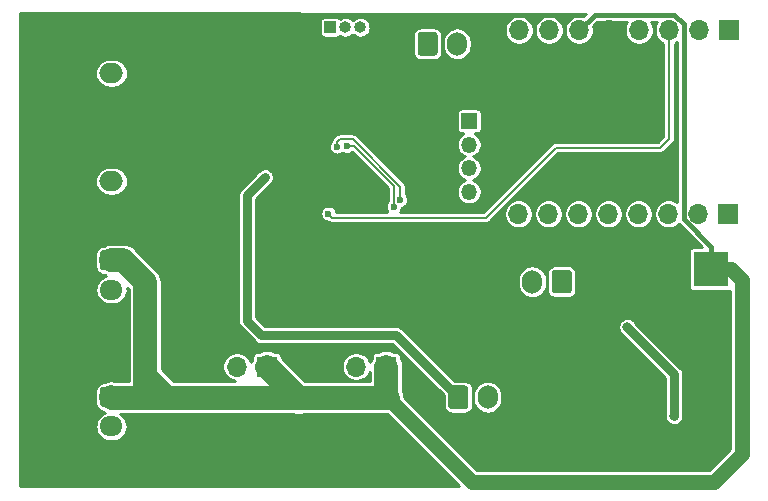
<source format=gbl>
G04 #@! TF.GenerationSoftware,KiCad,Pcbnew,(5.1.10)-1*
G04 #@! TF.CreationDate,2021-05-29T18:44:49+08:00*
G04 #@! TF.ProjectId,Light_detector_V1.0,4c696768-745f-4646-9574-6563746f725f,rev?*
G04 #@! TF.SameCoordinates,Original*
G04 #@! TF.FileFunction,Copper,L2,Bot*
G04 #@! TF.FilePolarity,Positive*
%FSLAX46Y46*%
G04 Gerber Fmt 4.6, Leading zero omitted, Abs format (unit mm)*
G04 Created by KiCad (PCBNEW (5.1.10)-1) date 2021-05-29 18:44:49*
%MOMM*%
%LPD*%
G01*
G04 APERTURE LIST*
G04 #@! TA.AperFunction,ComponentPad*
%ADD10O,1.700000X2.000000*%
G04 #@! TD*
G04 #@! TA.AperFunction,ComponentPad*
%ADD11O,1.700000X1.700000*%
G04 #@! TD*
G04 #@! TA.AperFunction,ComponentPad*
%ADD12R,1.700000X1.700000*%
G04 #@! TD*
G04 #@! TA.AperFunction,ComponentPad*
%ADD13C,3.000000*%
G04 #@! TD*
G04 #@! TA.AperFunction,ComponentPad*
%ADD14R,3.000000X3.000000*%
G04 #@! TD*
G04 #@! TA.AperFunction,ComponentPad*
%ADD15R,1.350000X1.350000*%
G04 #@! TD*
G04 #@! TA.AperFunction,ComponentPad*
%ADD16O,1.350000X1.350000*%
G04 #@! TD*
G04 #@! TA.AperFunction,ComponentPad*
%ADD17O,2.000000X1.700000*%
G04 #@! TD*
G04 #@! TA.AperFunction,ComponentPad*
%ADD18O,1.950000X1.700000*%
G04 #@! TD*
G04 #@! TA.AperFunction,ComponentPad*
%ADD19R,1.000000X1.000000*%
G04 #@! TD*
G04 #@! TA.AperFunction,ComponentPad*
%ADD20O,1.000000X1.000000*%
G04 #@! TD*
G04 #@! TA.AperFunction,ViaPad*
%ADD21C,0.600000*%
G04 #@! TD*
G04 #@! TA.AperFunction,ViaPad*
%ADD22C,0.800000*%
G04 #@! TD*
G04 #@! TA.AperFunction,Conductor*
%ADD23C,0.762000*%
G04 #@! TD*
G04 #@! TA.AperFunction,Conductor*
%ADD24C,1.270000*%
G04 #@! TD*
G04 #@! TA.AperFunction,Conductor*
%ADD25C,2.032000*%
G04 #@! TD*
G04 #@! TA.AperFunction,Conductor*
%ADD26C,0.381000*%
G04 #@! TD*
G04 #@! TA.AperFunction,Conductor*
%ADD27C,0.203200*%
G04 #@! TD*
G04 #@! TA.AperFunction,Conductor*
%ADD28C,0.254000*%
G04 #@! TD*
G04 #@! TA.AperFunction,Conductor*
%ADD29C,0.100000*%
G04 #@! TD*
G04 APERTURE END LIST*
D10*
X81431540Y-43103840D03*
G04 #@! TA.AperFunction,ComponentPad*
G36*
G01*
X84781540Y-42353840D02*
X84781540Y-43853840D01*
G75*
G02*
X84531540Y-44103840I-250000J0D01*
G01*
X83331540Y-44103840D01*
G75*
G02*
X83081540Y-43853840I0J250000D01*
G01*
X83081540Y-42353840D01*
G75*
G02*
X83331540Y-42103840I250000J0D01*
G01*
X84531540Y-42103840D01*
G75*
G02*
X84781540Y-42353840I0J-250000D01*
G01*
G37*
G04 #@! TD.AperFunction*
D11*
X95506320Y-37368520D03*
X92966320Y-37368520D03*
X87886320Y-37368520D03*
X80266320Y-37368520D03*
D12*
X98046320Y-37368520D03*
D11*
X90426320Y-37368520D03*
X82806320Y-37368520D03*
X85346320Y-37368520D03*
X95557120Y-21823720D03*
X93017120Y-21823720D03*
X87937120Y-21823720D03*
X80317120Y-21823720D03*
D12*
X98097120Y-21823720D03*
D11*
X90477120Y-21823720D03*
X82857120Y-21823720D03*
X85397120Y-21823720D03*
D10*
X75070120Y-22966720D03*
G04 #@! TA.AperFunction,ComponentPad*
G36*
G01*
X71720120Y-23716720D02*
X71720120Y-22216720D01*
G75*
G02*
X71970120Y-21966720I250000J0D01*
G01*
X73170120Y-21966720D01*
G75*
G02*
X73420120Y-22216720I0J-250000D01*
G01*
X73420120Y-23716720D01*
G75*
G02*
X73170120Y-23966720I-250000J0D01*
G01*
X71970120Y-23966720D01*
G75*
G02*
X71720120Y-23716720I0J250000D01*
G01*
G37*
G04 #@! TD.AperFunction*
D13*
X92713440Y-42042120D03*
D14*
X96593440Y-42042120D03*
D15*
X76080400Y-29499600D03*
D16*
X76080400Y-31499600D03*
X76080400Y-33499600D03*
X76080400Y-35499600D03*
G04 #@! TA.AperFunction,ComponentPad*
G36*
G01*
X45053600Y-31240400D02*
X46553600Y-31240400D01*
G75*
G02*
X46803600Y-31490400I0J-250000D01*
G01*
X46803600Y-32690400D01*
G75*
G02*
X46553600Y-32940400I-250000J0D01*
G01*
X45053600Y-32940400D01*
G75*
G02*
X44803600Y-32690400I0J250000D01*
G01*
X44803600Y-31490400D01*
G75*
G02*
X45053600Y-31240400I250000J0D01*
G01*
G37*
G04 #@! TD.AperFunction*
D17*
X45803600Y-34590400D03*
G04 #@! TA.AperFunction,ComponentPad*
G36*
G01*
X45053600Y-22096400D02*
X46553600Y-22096400D01*
G75*
G02*
X46803600Y-22346400I0J-250000D01*
G01*
X46803600Y-23546400D01*
G75*
G02*
X46553600Y-23796400I-250000J0D01*
G01*
X45053600Y-23796400D01*
G75*
G02*
X44803600Y-23546400I0J250000D01*
G01*
X44803600Y-22346400D01*
G75*
G02*
X45053600Y-22096400I250000J0D01*
G01*
G37*
G04 #@! TD.AperFunction*
X45803600Y-25446400D03*
G04 #@! TA.AperFunction,ComponentPad*
G36*
G01*
X45078600Y-52017600D02*
X46528600Y-52017600D01*
G75*
G02*
X46778600Y-52267600I0J-250000D01*
G01*
X46778600Y-53467600D01*
G75*
G02*
X46528600Y-53717600I-250000J0D01*
G01*
X45078600Y-53717600D01*
G75*
G02*
X44828600Y-53467600I0J250000D01*
G01*
X44828600Y-52267600D01*
G75*
G02*
X45078600Y-52017600I250000J0D01*
G01*
G37*
G04 #@! TD.AperFunction*
D18*
X45803600Y-55367600D03*
X45803600Y-57867600D03*
G04 #@! TA.AperFunction,ComponentPad*
G36*
G01*
X45078600Y-40435200D02*
X46528600Y-40435200D01*
G75*
G02*
X46778600Y-40685200I0J-250000D01*
G01*
X46778600Y-41885200D01*
G75*
G02*
X46528600Y-42135200I-250000J0D01*
G01*
X45078600Y-42135200D01*
G75*
G02*
X44828600Y-41885200I0J250000D01*
G01*
X44828600Y-40685200D01*
G75*
G02*
X45078600Y-40435200I250000J0D01*
G01*
G37*
G04 #@! TD.AperFunction*
X45803600Y-43785200D03*
X45803600Y-46285200D03*
G04 #@! TA.AperFunction,ComponentPad*
G36*
G01*
X74316000Y-53643000D02*
X74316000Y-52143000D01*
G75*
G02*
X74566000Y-51893000I250000J0D01*
G01*
X75766000Y-51893000D01*
G75*
G02*
X76016000Y-52143000I0J-250000D01*
G01*
X76016000Y-53643000D01*
G75*
G02*
X75766000Y-53893000I-250000J0D01*
G01*
X74566000Y-53893000D01*
G75*
G02*
X74316000Y-53643000I0J250000D01*
G01*
G37*
G04 #@! TD.AperFunction*
D10*
X77666000Y-52893000D03*
D12*
X69070000Y-50289500D03*
D11*
X66530000Y-50289500D03*
X63990000Y-50289500D03*
D12*
X58973500Y-50289500D03*
D11*
X56433500Y-50289500D03*
X53893500Y-50289500D03*
D19*
X64345600Y-21574800D03*
D20*
X65615600Y-21574800D03*
X66885600Y-21574800D03*
X68155600Y-21574800D03*
D21*
X92542140Y-47185620D03*
X91010520Y-47091640D03*
X61246800Y-44536400D03*
X63837600Y-46263600D03*
X65361600Y-33919200D03*
X66377600Y-33919200D03*
X65361600Y-35087600D03*
X66428400Y-35087600D03*
D22*
X62364400Y-31836400D03*
X60027600Y-27416800D03*
D21*
X59722800Y-45501600D03*
X65412400Y-46212800D03*
X66987200Y-46212800D03*
X62161200Y-43571200D03*
X60434000Y-45501600D03*
X70492400Y-46212800D03*
X66987200Y-43469600D03*
X70441600Y-43469600D03*
X68917600Y-40472400D03*
X64040800Y-41640800D03*
D22*
X62872400Y-32700000D03*
D21*
X40418800Y-43774400D03*
X40418800Y-40218400D03*
X40418800Y-48244800D03*
X40469600Y-53020000D03*
X40418800Y-57642800D03*
X40418800Y-34478000D03*
X40469600Y-30058400D03*
X40469600Y-25994400D03*
X40418800Y-21371600D03*
X52610800Y-21371600D03*
X59164000Y-21371600D03*
X52610800Y-26553200D03*
X52661600Y-34528800D03*
X54287200Y-34528800D03*
X56217600Y-34528800D03*
X50934400Y-36967200D03*
X52509200Y-36967200D03*
X54490400Y-36967200D03*
X52407600Y-41488400D03*
X55049200Y-41437600D03*
X59722800Y-37932400D03*
X62770800Y-37983200D03*
X59722800Y-41234400D03*
X62262800Y-25842000D03*
X65768000Y-25842000D03*
X65869600Y-29398000D03*
X70848000Y-25842000D03*
X76131200Y-25791200D03*
X71000400Y-31074400D03*
X78823600Y-28686800D03*
X78922660Y-33751560D03*
X78823600Y-41285200D03*
X75826400Y-41386800D03*
X73873140Y-39692620D03*
X76842400Y-56931600D03*
X53220400Y-56474400D03*
X57538400Y-56474400D03*
X62212000Y-56474400D03*
X68866800Y-56372800D03*
X55404800Y-58862000D03*
X60281600Y-58963600D03*
X65717200Y-58811200D03*
X82379600Y-57185600D03*
X96855060Y-51435040D03*
X96857600Y-55153600D03*
X95587600Y-57998400D03*
X76598560Y-49845000D03*
X78564520Y-49855160D03*
X80855600Y-49855160D03*
X80845440Y-48168600D03*
X80845440Y-51927800D03*
X83116200Y-49778960D03*
X93512420Y-47144980D03*
X77187840Y-39758660D03*
X78038740Y-43004780D03*
X85597780Y-40467320D03*
X87731380Y-40434300D03*
X89847200Y-40416520D03*
X86745860Y-42451060D03*
X89092820Y-42418040D03*
X88140320Y-43812500D03*
X90520300Y-43713440D03*
X84663060Y-32649200D03*
X86428360Y-32613640D03*
X88384160Y-32595860D03*
X90301860Y-32567920D03*
X91909680Y-32486640D03*
X84741800Y-30911840D03*
X86593460Y-30845800D03*
X88419720Y-30784840D03*
X90319640Y-30792460D03*
X91940160Y-30731500D03*
X57284400Y-45298400D03*
X58503600Y-47635200D03*
X58351200Y-34732000D03*
X58808400Y-34274800D03*
D22*
X93454000Y-54493200D03*
X89491600Y-46974800D03*
D21*
X69705000Y-36761460D03*
X65722280Y-31638280D03*
X70263800Y-36182340D03*
X64899711Y-31679802D03*
X64172880Y-37343120D03*
D23*
X57284400Y-35798800D02*
X58478200Y-34605000D01*
X57284400Y-46416000D02*
X57284400Y-45298400D01*
X58503600Y-47635200D02*
X58503600Y-47635200D01*
X69908200Y-47635200D02*
X58503600Y-47635200D01*
X75166000Y-52893000D02*
X69908200Y-47635200D01*
X57284400Y-45298400D02*
X57284400Y-35798800D01*
X58503600Y-47635200D02*
X57284400Y-46416000D01*
X58478200Y-34605000D02*
X58808400Y-34274800D01*
X58808400Y-34274800D02*
X58808400Y-34274800D01*
D24*
X69070000Y-50784800D02*
X69070000Y-50289500D01*
D25*
X58973500Y-50299660D02*
X61663360Y-52989520D01*
X58973500Y-50289500D02*
X58973500Y-50299660D01*
X45849320Y-52913320D02*
X45803600Y-52867600D01*
X61663360Y-52989520D02*
X61587160Y-52913320D01*
X61734480Y-52918400D02*
X61663360Y-52989520D01*
X69180860Y-52918400D02*
X61734480Y-52918400D01*
X69070000Y-52807540D02*
X69180860Y-52918400D01*
X69070000Y-50289500D02*
X69070000Y-52807540D01*
X46778600Y-41285200D02*
X48658560Y-43165160D01*
X45803600Y-41285200D02*
X46778600Y-41285200D01*
X48658560Y-52913320D02*
X45849320Y-52913320D01*
X48658560Y-51079440D02*
X48683960Y-51079440D01*
X48683960Y-51079440D02*
X50517840Y-52913320D01*
X50517840Y-52913320D02*
X48658560Y-52913320D01*
X61587160Y-52913320D02*
X50517840Y-52913320D01*
X48658560Y-43165160D02*
X48658560Y-51079440D01*
X48658560Y-51079440D02*
X48658560Y-52913320D01*
D24*
X96852743Y-60030177D02*
X76292637Y-60030177D01*
X99187591Y-57695329D02*
X96852743Y-60030177D01*
X76292637Y-60030177D02*
X69070000Y-52807540D01*
X99187591Y-42995431D02*
X99187591Y-57695329D01*
X98234280Y-42042120D02*
X99187591Y-42995431D01*
X96593440Y-42042120D02*
X98234280Y-42042120D01*
D26*
X94269340Y-21310446D02*
X93474514Y-20515620D01*
X94269340Y-37837020D02*
X94269340Y-21310446D01*
X86705220Y-20515620D02*
X85397120Y-21823720D01*
X96593440Y-40161120D02*
X94269340Y-37837020D01*
X93474514Y-20515620D02*
X86705220Y-20515620D01*
X96593440Y-42042120D02*
X96593440Y-40161120D01*
D23*
X93454000Y-50942280D02*
X93454000Y-54493200D01*
X89491600Y-46979880D02*
X93454000Y-50942280D01*
X89491600Y-46974800D02*
X89491600Y-46979880D01*
D27*
X69705000Y-35011400D02*
X66331880Y-31638280D01*
X69705000Y-36761460D02*
X69705000Y-35011400D01*
X66331880Y-31638280D02*
X65722280Y-31638280D01*
X64899711Y-31255538D02*
X64899711Y-31679802D01*
X70263800Y-36182340D02*
X70263800Y-35067291D01*
X70263800Y-35067291D02*
X66235068Y-31038559D01*
X66235068Y-31038559D02*
X65116690Y-31038559D01*
X65116690Y-31038559D02*
X64899711Y-31255538D01*
X93017120Y-31000740D02*
X93017120Y-21823720D01*
X92252580Y-31765280D02*
X93017120Y-31000740D01*
X83400680Y-31765280D02*
X92252580Y-31765280D01*
X77492640Y-37673320D02*
X83400680Y-31765280D01*
X64503080Y-37673320D02*
X77492640Y-37673320D01*
X64172880Y-37343120D02*
X64503080Y-37673320D01*
D28*
X86010992Y-20401624D02*
X85767786Y-20644831D01*
X85756189Y-20640027D01*
X85518363Y-20592720D01*
X85275877Y-20592720D01*
X85038051Y-20640027D01*
X84814023Y-20732822D01*
X84612403Y-20867540D01*
X84440940Y-21039003D01*
X84306222Y-21240623D01*
X84213427Y-21464651D01*
X84166120Y-21702477D01*
X84166120Y-21944963D01*
X84213427Y-22182789D01*
X84306222Y-22406817D01*
X84440940Y-22608437D01*
X84612403Y-22779900D01*
X84814023Y-22914618D01*
X85038051Y-23007413D01*
X85275877Y-23054720D01*
X85518363Y-23054720D01*
X85756189Y-23007413D01*
X85980217Y-22914618D01*
X86181837Y-22779900D01*
X86353300Y-22608437D01*
X86488018Y-22406817D01*
X86580813Y-22182789D01*
X86628120Y-21944963D01*
X86628120Y-21702477D01*
X86580813Y-21464651D01*
X86576009Y-21453054D01*
X86941944Y-21087120D01*
X89488789Y-21087120D01*
X89386222Y-21240623D01*
X89293427Y-21464651D01*
X89246120Y-21702477D01*
X89246120Y-21944963D01*
X89293427Y-22182789D01*
X89386222Y-22406817D01*
X89520940Y-22608437D01*
X89692403Y-22779900D01*
X89894023Y-22914618D01*
X90118051Y-23007413D01*
X90355877Y-23054720D01*
X90598363Y-23054720D01*
X90836189Y-23007413D01*
X91060217Y-22914618D01*
X91261837Y-22779900D01*
X91433300Y-22608437D01*
X91568018Y-22406817D01*
X91660813Y-22182789D01*
X91708120Y-21944963D01*
X91708120Y-21702477D01*
X91660813Y-21464651D01*
X91568018Y-21240623D01*
X91465451Y-21087120D01*
X92028789Y-21087120D01*
X91926222Y-21240623D01*
X91833427Y-21464651D01*
X91786120Y-21702477D01*
X91786120Y-21944963D01*
X91833427Y-22182789D01*
X91926222Y-22406817D01*
X92060940Y-22608437D01*
X92232403Y-22779900D01*
X92434023Y-22914618D01*
X92534521Y-22956245D01*
X92534520Y-30800840D01*
X92052681Y-31282680D01*
X83424384Y-31282680D01*
X83400679Y-31280345D01*
X83376974Y-31282680D01*
X83376973Y-31282680D01*
X83306074Y-31289663D01*
X83215103Y-31317258D01*
X83131265Y-31362071D01*
X83057779Y-31422379D01*
X83042663Y-31440798D01*
X77292741Y-37190720D01*
X70237209Y-37190720D01*
X70308494Y-37084034D01*
X70359829Y-36960100D01*
X70381062Y-36853356D01*
X70462440Y-36837169D01*
X70586374Y-36785834D01*
X70697912Y-36711307D01*
X70792767Y-36616452D01*
X70867294Y-36504914D01*
X70918629Y-36380980D01*
X70944800Y-36249413D01*
X70944800Y-36115267D01*
X70918629Y-35983700D01*
X70867294Y-35859766D01*
X70792767Y-35748228D01*
X70746400Y-35701861D01*
X70746400Y-35090987D01*
X70748734Y-35067290D01*
X70746400Y-35043593D01*
X70746400Y-35043584D01*
X70739417Y-34972685D01*
X70711822Y-34881714D01*
X70667009Y-34797876D01*
X70606701Y-34724390D01*
X70588282Y-34709274D01*
X66593085Y-30714077D01*
X66577969Y-30695658D01*
X66504483Y-30635350D01*
X66420645Y-30590537D01*
X66329674Y-30562942D01*
X66258775Y-30555959D01*
X66258773Y-30555959D01*
X66235068Y-30553624D01*
X66211363Y-30555959D01*
X65140397Y-30555959D01*
X65116690Y-30553624D01*
X65022083Y-30562942D01*
X64931113Y-30590537D01*
X64847275Y-30635350D01*
X64773789Y-30695658D01*
X64758673Y-30714077D01*
X64575229Y-30897521D01*
X64556810Y-30912637D01*
X64496502Y-30986123D01*
X64451689Y-31069962D01*
X64424094Y-31160933D01*
X64421594Y-31186317D01*
X64420663Y-31195771D01*
X64370744Y-31245690D01*
X64296217Y-31357228D01*
X64244882Y-31481162D01*
X64218711Y-31612729D01*
X64218711Y-31746875D01*
X64244882Y-31878442D01*
X64296217Y-32002376D01*
X64370744Y-32113914D01*
X64465599Y-32208769D01*
X64577137Y-32283296D01*
X64701071Y-32334631D01*
X64832638Y-32360802D01*
X64966784Y-32360802D01*
X65098351Y-32334631D01*
X65222285Y-32283296D01*
X65333823Y-32208769D01*
X65340427Y-32202165D01*
X65399706Y-32241774D01*
X65523640Y-32293109D01*
X65655207Y-32319280D01*
X65789353Y-32319280D01*
X65920920Y-32293109D01*
X66044854Y-32241774D01*
X66156392Y-32167247D01*
X66167370Y-32156269D01*
X69222401Y-35211301D01*
X69222400Y-36280981D01*
X69176033Y-36327348D01*
X69101506Y-36438886D01*
X69050171Y-36562820D01*
X69024000Y-36694387D01*
X69024000Y-36828533D01*
X69050171Y-36960100D01*
X69101506Y-37084034D01*
X69172791Y-37190720D01*
X64836907Y-37190720D01*
X64827709Y-37144480D01*
X64776374Y-37020546D01*
X64701847Y-36909008D01*
X64606992Y-36814153D01*
X64495454Y-36739626D01*
X64371520Y-36688291D01*
X64239953Y-36662120D01*
X64105807Y-36662120D01*
X63974240Y-36688291D01*
X63850306Y-36739626D01*
X63738768Y-36814153D01*
X63643913Y-36909008D01*
X63569386Y-37020546D01*
X63518051Y-37144480D01*
X63491880Y-37276047D01*
X63491880Y-37410193D01*
X63518051Y-37541760D01*
X63569386Y-37665694D01*
X63643913Y-37777232D01*
X63738768Y-37872087D01*
X63850306Y-37946614D01*
X63974240Y-37997949D01*
X64105807Y-38024120D01*
X64169804Y-38024120D01*
X64233665Y-38076529D01*
X64317503Y-38121342D01*
X64408474Y-38148937D01*
X64479373Y-38155920D01*
X64479374Y-38155920D01*
X64503079Y-38158255D01*
X64526784Y-38155920D01*
X77468935Y-38155920D01*
X77492640Y-38158255D01*
X77516345Y-38155920D01*
X77516347Y-38155920D01*
X77587246Y-38148937D01*
X77678217Y-38121342D01*
X77762055Y-38076529D01*
X77835541Y-38016221D01*
X77850657Y-37997802D01*
X78601182Y-37247277D01*
X79035320Y-37247277D01*
X79035320Y-37489763D01*
X79082627Y-37727589D01*
X79175422Y-37951617D01*
X79310140Y-38153237D01*
X79481603Y-38324700D01*
X79683223Y-38459418D01*
X79907251Y-38552213D01*
X80145077Y-38599520D01*
X80387563Y-38599520D01*
X80625389Y-38552213D01*
X80849417Y-38459418D01*
X81051037Y-38324700D01*
X81222500Y-38153237D01*
X81357218Y-37951617D01*
X81450013Y-37727589D01*
X81497320Y-37489763D01*
X81497320Y-37247277D01*
X81575320Y-37247277D01*
X81575320Y-37489763D01*
X81622627Y-37727589D01*
X81715422Y-37951617D01*
X81850140Y-38153237D01*
X82021603Y-38324700D01*
X82223223Y-38459418D01*
X82447251Y-38552213D01*
X82685077Y-38599520D01*
X82927563Y-38599520D01*
X83165389Y-38552213D01*
X83389417Y-38459418D01*
X83591037Y-38324700D01*
X83762500Y-38153237D01*
X83897218Y-37951617D01*
X83990013Y-37727589D01*
X84037320Y-37489763D01*
X84037320Y-37247277D01*
X84115320Y-37247277D01*
X84115320Y-37489763D01*
X84162627Y-37727589D01*
X84255422Y-37951617D01*
X84390140Y-38153237D01*
X84561603Y-38324700D01*
X84763223Y-38459418D01*
X84987251Y-38552213D01*
X85225077Y-38599520D01*
X85467563Y-38599520D01*
X85705389Y-38552213D01*
X85929417Y-38459418D01*
X86131037Y-38324700D01*
X86302500Y-38153237D01*
X86437218Y-37951617D01*
X86530013Y-37727589D01*
X86577320Y-37489763D01*
X86577320Y-37247277D01*
X86655320Y-37247277D01*
X86655320Y-37489763D01*
X86702627Y-37727589D01*
X86795422Y-37951617D01*
X86930140Y-38153237D01*
X87101603Y-38324700D01*
X87303223Y-38459418D01*
X87527251Y-38552213D01*
X87765077Y-38599520D01*
X88007563Y-38599520D01*
X88245389Y-38552213D01*
X88469417Y-38459418D01*
X88671037Y-38324700D01*
X88842500Y-38153237D01*
X88977218Y-37951617D01*
X89070013Y-37727589D01*
X89117320Y-37489763D01*
X89117320Y-37247277D01*
X89195320Y-37247277D01*
X89195320Y-37489763D01*
X89242627Y-37727589D01*
X89335422Y-37951617D01*
X89470140Y-38153237D01*
X89641603Y-38324700D01*
X89843223Y-38459418D01*
X90067251Y-38552213D01*
X90305077Y-38599520D01*
X90547563Y-38599520D01*
X90785389Y-38552213D01*
X91009417Y-38459418D01*
X91211037Y-38324700D01*
X91382500Y-38153237D01*
X91517218Y-37951617D01*
X91610013Y-37727589D01*
X91657320Y-37489763D01*
X91657320Y-37247277D01*
X91610013Y-37009451D01*
X91517218Y-36785423D01*
X91382500Y-36583803D01*
X91211037Y-36412340D01*
X91009417Y-36277622D01*
X90785389Y-36184827D01*
X90547563Y-36137520D01*
X90305077Y-36137520D01*
X90067251Y-36184827D01*
X89843223Y-36277622D01*
X89641603Y-36412340D01*
X89470140Y-36583803D01*
X89335422Y-36785423D01*
X89242627Y-37009451D01*
X89195320Y-37247277D01*
X89117320Y-37247277D01*
X89070013Y-37009451D01*
X88977218Y-36785423D01*
X88842500Y-36583803D01*
X88671037Y-36412340D01*
X88469417Y-36277622D01*
X88245389Y-36184827D01*
X88007563Y-36137520D01*
X87765077Y-36137520D01*
X87527251Y-36184827D01*
X87303223Y-36277622D01*
X87101603Y-36412340D01*
X86930140Y-36583803D01*
X86795422Y-36785423D01*
X86702627Y-37009451D01*
X86655320Y-37247277D01*
X86577320Y-37247277D01*
X86530013Y-37009451D01*
X86437218Y-36785423D01*
X86302500Y-36583803D01*
X86131037Y-36412340D01*
X85929417Y-36277622D01*
X85705389Y-36184827D01*
X85467563Y-36137520D01*
X85225077Y-36137520D01*
X84987251Y-36184827D01*
X84763223Y-36277622D01*
X84561603Y-36412340D01*
X84390140Y-36583803D01*
X84255422Y-36785423D01*
X84162627Y-37009451D01*
X84115320Y-37247277D01*
X84037320Y-37247277D01*
X83990013Y-37009451D01*
X83897218Y-36785423D01*
X83762500Y-36583803D01*
X83591037Y-36412340D01*
X83389417Y-36277622D01*
X83165389Y-36184827D01*
X82927563Y-36137520D01*
X82685077Y-36137520D01*
X82447251Y-36184827D01*
X82223223Y-36277622D01*
X82021603Y-36412340D01*
X81850140Y-36583803D01*
X81715422Y-36785423D01*
X81622627Y-37009451D01*
X81575320Y-37247277D01*
X81497320Y-37247277D01*
X81450013Y-37009451D01*
X81357218Y-36785423D01*
X81222500Y-36583803D01*
X81051037Y-36412340D01*
X80849417Y-36277622D01*
X80625389Y-36184827D01*
X80387563Y-36137520D01*
X80145077Y-36137520D01*
X79907251Y-36184827D01*
X79683223Y-36277622D01*
X79481603Y-36412340D01*
X79310140Y-36583803D01*
X79175422Y-36785423D01*
X79082627Y-37009451D01*
X79035320Y-37247277D01*
X78601182Y-37247277D01*
X83600579Y-32247880D01*
X92228875Y-32247880D01*
X92252580Y-32250215D01*
X92276285Y-32247880D01*
X92276287Y-32247880D01*
X92347186Y-32240897D01*
X92438157Y-32213302D01*
X92521995Y-32168489D01*
X92595481Y-32108181D01*
X92610597Y-32089762D01*
X93341607Y-31358753D01*
X93360021Y-31343641D01*
X93420329Y-31270155D01*
X93465142Y-31186317D01*
X93481265Y-31133165D01*
X93492737Y-31095347D01*
X93502055Y-31000740D01*
X93499720Y-30977033D01*
X93499720Y-22956245D01*
X93600217Y-22914618D01*
X93697841Y-22849388D01*
X93697840Y-36376795D01*
X93549417Y-36277622D01*
X93325389Y-36184827D01*
X93087563Y-36137520D01*
X92845077Y-36137520D01*
X92607251Y-36184827D01*
X92383223Y-36277622D01*
X92181603Y-36412340D01*
X92010140Y-36583803D01*
X91875422Y-36785423D01*
X91782627Y-37009451D01*
X91735320Y-37247277D01*
X91735320Y-37489763D01*
X91782627Y-37727589D01*
X91875422Y-37951617D01*
X92010140Y-38153237D01*
X92181603Y-38324700D01*
X92383223Y-38459418D01*
X92607251Y-38552213D01*
X92845077Y-38599520D01*
X93087563Y-38599520D01*
X93325389Y-38552213D01*
X93549417Y-38459418D01*
X93751037Y-38324700D01*
X93849470Y-38226267D01*
X93863273Y-38243087D01*
X93885088Y-38260990D01*
X95783373Y-40159277D01*
X95093440Y-40159277D01*
X95018751Y-40166633D01*
X94946932Y-40188419D01*
X94880744Y-40223798D01*
X94822729Y-40271409D01*
X94775118Y-40329424D01*
X94739739Y-40395612D01*
X94717953Y-40467431D01*
X94710597Y-40542120D01*
X94710597Y-43542120D01*
X94717953Y-43616809D01*
X94739739Y-43688628D01*
X94775118Y-43754816D01*
X94822729Y-43812831D01*
X94880744Y-43860442D01*
X94946932Y-43895821D01*
X95018751Y-43917607D01*
X95093440Y-43924963D01*
X98093440Y-43924963D01*
X98168129Y-43917607D01*
X98171591Y-43916557D01*
X98171592Y-57274487D01*
X96431903Y-59014177D01*
X76713478Y-59014177D01*
X70581005Y-52881705D01*
X70557646Y-52644540D01*
X70477764Y-52381205D01*
X70467000Y-52361067D01*
X70467000Y-50220875D01*
X70446786Y-50015640D01*
X70366904Y-49752305D01*
X70302843Y-49632455D01*
X70302843Y-49439500D01*
X70295487Y-49364811D01*
X70273701Y-49292992D01*
X70238322Y-49226804D01*
X70190711Y-49168789D01*
X70132696Y-49121178D01*
X70066508Y-49085799D01*
X69994689Y-49064013D01*
X69920000Y-49056657D01*
X69727044Y-49056657D01*
X69607194Y-48992596D01*
X69343859Y-48912714D01*
X69070000Y-48885741D01*
X68796140Y-48912714D01*
X68532805Y-48992596D01*
X68412955Y-49056657D01*
X68220000Y-49056657D01*
X68145311Y-49064013D01*
X68073492Y-49085799D01*
X68007304Y-49121178D01*
X67949289Y-49168789D01*
X67901678Y-49226804D01*
X67866299Y-49292992D01*
X67844513Y-49364811D01*
X67837157Y-49439500D01*
X67837157Y-49632456D01*
X67773096Y-49752306D01*
X67715819Y-49941121D01*
X67713693Y-49930431D01*
X67620898Y-49706403D01*
X67486180Y-49504783D01*
X67314717Y-49333320D01*
X67113097Y-49198602D01*
X66889069Y-49105807D01*
X66651243Y-49058500D01*
X66408757Y-49058500D01*
X66170931Y-49105807D01*
X65946903Y-49198602D01*
X65745283Y-49333320D01*
X65573820Y-49504783D01*
X65439102Y-49706403D01*
X65346307Y-49930431D01*
X65299000Y-50168257D01*
X65299000Y-50410743D01*
X65346307Y-50648569D01*
X65439102Y-50872597D01*
X65573820Y-51074217D01*
X65745283Y-51245680D01*
X65946903Y-51380398D01*
X66170931Y-51473193D01*
X66408757Y-51520500D01*
X66651243Y-51520500D01*
X66889069Y-51473193D01*
X67113097Y-51380398D01*
X67314717Y-51245680D01*
X67486180Y-51074217D01*
X67620898Y-50872597D01*
X67673000Y-50746811D01*
X67673000Y-51521400D01*
X62170897Y-51521400D01*
X60206343Y-49556848D01*
X60206343Y-49439500D01*
X60198987Y-49364811D01*
X60177201Y-49292992D01*
X60141822Y-49226804D01*
X60094211Y-49168789D01*
X60036196Y-49121178D01*
X59970008Y-49085799D01*
X59898189Y-49064013D01*
X59823500Y-49056657D01*
X59630544Y-49056657D01*
X59510694Y-48992596D01*
X59247359Y-48912714D01*
X58973500Y-48885741D01*
X58699640Y-48912714D01*
X58436305Y-48992596D01*
X58316455Y-49056657D01*
X58123500Y-49056657D01*
X58048811Y-49064013D01*
X57976992Y-49085799D01*
X57910804Y-49121178D01*
X57852789Y-49168789D01*
X57805178Y-49226804D01*
X57769799Y-49292992D01*
X57748013Y-49364811D01*
X57740657Y-49439500D01*
X57740657Y-49632456D01*
X57676596Y-49752306D01*
X57619319Y-49941121D01*
X57617193Y-49930431D01*
X57524398Y-49706403D01*
X57389680Y-49504783D01*
X57218217Y-49333320D01*
X57016597Y-49198602D01*
X56792569Y-49105807D01*
X56554743Y-49058500D01*
X56312257Y-49058500D01*
X56074431Y-49105807D01*
X55850403Y-49198602D01*
X55648783Y-49333320D01*
X55477320Y-49504783D01*
X55342602Y-49706403D01*
X55249807Y-49930431D01*
X55202500Y-50168257D01*
X55202500Y-50410743D01*
X55249807Y-50648569D01*
X55342602Y-50872597D01*
X55477320Y-51074217D01*
X55648783Y-51245680D01*
X55850403Y-51380398D01*
X56074431Y-51473193D01*
X56291243Y-51516320D01*
X51096496Y-51516320D01*
X50055560Y-50475385D01*
X50055560Y-43233785D01*
X50062319Y-43165160D01*
X50035346Y-42891300D01*
X50006516Y-42796260D01*
X49955464Y-42627965D01*
X49825743Y-42385273D01*
X49651167Y-42172552D01*
X49597861Y-42128805D01*
X47814964Y-40345909D01*
X47771208Y-40292592D01*
X47558487Y-40118017D01*
X47315795Y-39988296D01*
X47052460Y-39908414D01*
X46847225Y-39888200D01*
X46778600Y-39881441D01*
X46709975Y-39888200D01*
X45734975Y-39888200D01*
X45529740Y-39908414D01*
X45266405Y-39988296D01*
X45146555Y-40052357D01*
X45078600Y-40052357D01*
X44955138Y-40064517D01*
X44836421Y-40100529D01*
X44727011Y-40159010D01*
X44631112Y-40237712D01*
X44552410Y-40333611D01*
X44493929Y-40443021D01*
X44457917Y-40561738D01*
X44445757Y-40685200D01*
X44445757Y-40948893D01*
X44426814Y-41011340D01*
X44399841Y-41285200D01*
X44426814Y-41559060D01*
X44445757Y-41621507D01*
X44445757Y-41885200D01*
X44457917Y-42008662D01*
X44493929Y-42127379D01*
X44552410Y-42236789D01*
X44631112Y-42332688D01*
X44727011Y-42411390D01*
X44836421Y-42469871D01*
X44955138Y-42505883D01*
X45078600Y-42518043D01*
X45146555Y-42518043D01*
X45266405Y-42582104D01*
X45335209Y-42602975D01*
X45205237Y-42642402D01*
X44991384Y-42756709D01*
X44803940Y-42910540D01*
X44650109Y-43097984D01*
X44535802Y-43311837D01*
X44465412Y-43543882D01*
X44441644Y-43785200D01*
X44465412Y-44026518D01*
X44535802Y-44258563D01*
X44650109Y-44472416D01*
X44803940Y-44659860D01*
X44991384Y-44813691D01*
X45205237Y-44927998D01*
X45437282Y-44998388D01*
X45618128Y-45016200D01*
X45989072Y-45016200D01*
X46169918Y-44998388D01*
X46401963Y-44927998D01*
X46615816Y-44813691D01*
X46803260Y-44659860D01*
X46957091Y-44472416D01*
X47071398Y-44258563D01*
X47141788Y-44026518D01*
X47165556Y-43785200D01*
X47150546Y-43632802D01*
X47261560Y-43743816D01*
X47261561Y-51010805D01*
X47254801Y-51079440D01*
X47261560Y-51148065D01*
X47261560Y-51516320D01*
X46161540Y-51516320D01*
X46077459Y-51490814D01*
X45803600Y-51463841D01*
X45529741Y-51490814D01*
X45266405Y-51570697D01*
X45146557Y-51634757D01*
X45078600Y-51634757D01*
X44955138Y-51646917D01*
X44836421Y-51682929D01*
X44727011Y-51741410D01*
X44631112Y-51820112D01*
X44552410Y-51916011D01*
X44493929Y-52025421D01*
X44457917Y-52144138D01*
X44445757Y-52267600D01*
X44445757Y-52531295D01*
X44426814Y-52593741D01*
X44399841Y-52867600D01*
X44426814Y-53141459D01*
X44445757Y-53203905D01*
X44445757Y-53467600D01*
X44457917Y-53591062D01*
X44493929Y-53709779D01*
X44552410Y-53819189D01*
X44631112Y-53915088D01*
X44727011Y-53993790D01*
X44836421Y-54052271D01*
X44955138Y-54088283D01*
X45078600Y-54100443D01*
X45106738Y-54100443D01*
X45290825Y-54198839D01*
X45205237Y-54224802D01*
X44991384Y-54339109D01*
X44803940Y-54492940D01*
X44650109Y-54680384D01*
X44535802Y-54894237D01*
X44465412Y-55126282D01*
X44441644Y-55367600D01*
X44465412Y-55608918D01*
X44535802Y-55840963D01*
X44650109Y-56054816D01*
X44803940Y-56242260D01*
X44991384Y-56396091D01*
X45205237Y-56510398D01*
X45437282Y-56580788D01*
X45618128Y-56598600D01*
X45989072Y-56598600D01*
X46169918Y-56580788D01*
X46401963Y-56510398D01*
X46615816Y-56396091D01*
X46803260Y-56242260D01*
X46957091Y-56054816D01*
X47071398Y-55840963D01*
X47141788Y-55608918D01*
X47165556Y-55367600D01*
X47141788Y-55126282D01*
X47071398Y-54894237D01*
X46957091Y-54680384D01*
X46803260Y-54492940D01*
X46615816Y-54339109D01*
X46561956Y-54310320D01*
X48589935Y-54310320D01*
X48658560Y-54317079D01*
X48727185Y-54310320D01*
X50449215Y-54310320D01*
X50517840Y-54317079D01*
X50586465Y-54310320D01*
X61204941Y-54310320D01*
X61389500Y-54366306D01*
X61663359Y-54393279D01*
X61663360Y-54393279D01*
X61937219Y-54366306D01*
X62105032Y-54315400D01*
X69112235Y-54315400D01*
X69144165Y-54318545D01*
X75261884Y-60436265D01*
X38043500Y-60424627D01*
X38043499Y-34590400D01*
X44416644Y-34590400D01*
X44440412Y-34831718D01*
X44510802Y-35063763D01*
X44625109Y-35277616D01*
X44778940Y-35465060D01*
X44966384Y-35618891D01*
X45180237Y-35733198D01*
X45412282Y-35803588D01*
X45593128Y-35821400D01*
X46014072Y-35821400D01*
X46194918Y-35803588D01*
X46210701Y-35798800D01*
X56518714Y-35798800D01*
X56522401Y-35836233D01*
X56522400Y-45335825D01*
X56522401Y-45335835D01*
X56522400Y-46378576D01*
X56518714Y-46416000D01*
X56522400Y-46453423D01*
X56522400Y-46453425D01*
X56533426Y-46565377D01*
X56576998Y-46709014D01*
X56576999Y-46709015D01*
X56647755Y-46841392D01*
X56682908Y-46884226D01*
X56742978Y-46957422D01*
X56772054Y-46981284D01*
X57938320Y-48147551D01*
X57962178Y-48176622D01*
X58078208Y-48271845D01*
X58210585Y-48342602D01*
X58354222Y-48386174D01*
X58466174Y-48397200D01*
X58466176Y-48397200D01*
X58503599Y-48400886D01*
X58541022Y-48397200D01*
X69592570Y-48397200D01*
X73933157Y-52737788D01*
X73933157Y-53643000D01*
X73945317Y-53766462D01*
X73981329Y-53885179D01*
X74039810Y-53994589D01*
X74118512Y-54090488D01*
X74214411Y-54169190D01*
X74323821Y-54227671D01*
X74442538Y-54263683D01*
X74566000Y-54275843D01*
X75766000Y-54275843D01*
X75889462Y-54263683D01*
X76008179Y-54227671D01*
X76117589Y-54169190D01*
X76213488Y-54090488D01*
X76292190Y-53994589D01*
X76350671Y-53885179D01*
X76386683Y-53766462D01*
X76398843Y-53643000D01*
X76398843Y-52682529D01*
X76435000Y-52682529D01*
X76435000Y-53103472D01*
X76452812Y-53284318D01*
X76523202Y-53516363D01*
X76637510Y-53730216D01*
X76791341Y-53917660D01*
X76978785Y-54071491D01*
X77192638Y-54185798D01*
X77424683Y-54256188D01*
X77666000Y-54279956D01*
X77907318Y-54256188D01*
X78139363Y-54185798D01*
X78353216Y-54071491D01*
X78540660Y-53917660D01*
X78694491Y-53730215D01*
X78808798Y-53516362D01*
X78879188Y-53284317D01*
X78897000Y-53103471D01*
X78897000Y-52682528D01*
X78879188Y-52501682D01*
X78808798Y-52269637D01*
X78694491Y-52055784D01*
X78540660Y-51868340D01*
X78353215Y-51714509D01*
X78139362Y-51600202D01*
X77907317Y-51529812D01*
X77666000Y-51506044D01*
X77424682Y-51529812D01*
X77192637Y-51600202D01*
X76978784Y-51714509D01*
X76791340Y-51868340D01*
X76637509Y-52055785D01*
X76523202Y-52269638D01*
X76452812Y-52501683D01*
X76435000Y-52682529D01*
X76398843Y-52682529D01*
X76398843Y-52143000D01*
X76386683Y-52019538D01*
X76350671Y-51900821D01*
X76292190Y-51791411D01*
X76213488Y-51695512D01*
X76117589Y-51616810D01*
X76008179Y-51558329D01*
X75889462Y-51522317D01*
X75766000Y-51510157D01*
X74860788Y-51510157D01*
X70473484Y-47122854D01*
X70449622Y-47093778D01*
X70333592Y-46998555D01*
X70201215Y-46927798D01*
X70102583Y-46897878D01*
X88710600Y-46897878D01*
X88710600Y-47051722D01*
X88740613Y-47202609D01*
X88799487Y-47344742D01*
X88884958Y-47472659D01*
X88993741Y-47581442D01*
X89059411Y-47625321D01*
X92692000Y-51257911D01*
X92692001Y-54320753D01*
X92673000Y-54416278D01*
X92673000Y-54570122D01*
X92703013Y-54721009D01*
X92761887Y-54863142D01*
X92847358Y-54991059D01*
X92956141Y-55099842D01*
X93084058Y-55185313D01*
X93226191Y-55244187D01*
X93377078Y-55274200D01*
X93530922Y-55274200D01*
X93681809Y-55244187D01*
X93823942Y-55185313D01*
X93951859Y-55099842D01*
X94060642Y-54991059D01*
X94146113Y-54863142D01*
X94204987Y-54721009D01*
X94235000Y-54570122D01*
X94235000Y-54416278D01*
X94216000Y-54320758D01*
X94216000Y-50979703D01*
X94219686Y-50942280D01*
X94212823Y-50872597D01*
X94204974Y-50792902D01*
X94161402Y-50649265D01*
X94128465Y-50587644D01*
X94090645Y-50516887D01*
X94019279Y-50429928D01*
X93995422Y-50400858D01*
X93966353Y-50377002D01*
X90162580Y-46573230D01*
X90098242Y-46476941D01*
X89989459Y-46368158D01*
X89861542Y-46282687D01*
X89719409Y-46223813D01*
X89568522Y-46193800D01*
X89414678Y-46193800D01*
X89263791Y-46223813D01*
X89121658Y-46282687D01*
X88993741Y-46368158D01*
X88884958Y-46476941D01*
X88799487Y-46604858D01*
X88740613Y-46746991D01*
X88710600Y-46897878D01*
X70102583Y-46897878D01*
X70057578Y-46884226D01*
X69945626Y-46873200D01*
X69945623Y-46873200D01*
X69908200Y-46869514D01*
X69870777Y-46873200D01*
X58819231Y-46873200D01*
X58046400Y-46100370D01*
X58046400Y-42893368D01*
X80200540Y-42893368D01*
X80200540Y-43314311D01*
X80218352Y-43495157D01*
X80288742Y-43727202D01*
X80403049Y-43941055D01*
X80556880Y-44128500D01*
X80744324Y-44282331D01*
X80958177Y-44396638D01*
X81190222Y-44467028D01*
X81431540Y-44490796D01*
X81672857Y-44467028D01*
X81904902Y-44396638D01*
X82118755Y-44282331D01*
X82306200Y-44128500D01*
X82460031Y-43941056D01*
X82574338Y-43727203D01*
X82644728Y-43495158D01*
X82662540Y-43314312D01*
X82662540Y-42893369D01*
X82644728Y-42712523D01*
X82574338Y-42480478D01*
X82506649Y-42353840D01*
X82698697Y-42353840D01*
X82698697Y-43853840D01*
X82710857Y-43977302D01*
X82746869Y-44096019D01*
X82805350Y-44205429D01*
X82884052Y-44301328D01*
X82979951Y-44380030D01*
X83089361Y-44438511D01*
X83208078Y-44474523D01*
X83331540Y-44486683D01*
X84531540Y-44486683D01*
X84655002Y-44474523D01*
X84773719Y-44438511D01*
X84883129Y-44380030D01*
X84979028Y-44301328D01*
X85057730Y-44205429D01*
X85116211Y-44096019D01*
X85152223Y-43977302D01*
X85164383Y-43853840D01*
X85164383Y-42353840D01*
X85152223Y-42230378D01*
X85116211Y-42111661D01*
X85057730Y-42002251D01*
X84979028Y-41906352D01*
X84883129Y-41827650D01*
X84773719Y-41769169D01*
X84655002Y-41733157D01*
X84531540Y-41720997D01*
X83331540Y-41720997D01*
X83208078Y-41733157D01*
X83089361Y-41769169D01*
X82979951Y-41827650D01*
X82884052Y-41906352D01*
X82805350Y-42002251D01*
X82746869Y-42111661D01*
X82710857Y-42230378D01*
X82698697Y-42353840D01*
X82506649Y-42353840D01*
X82460031Y-42266625D01*
X82306200Y-42079180D01*
X82118756Y-41925349D01*
X81904903Y-41811042D01*
X81672858Y-41740652D01*
X81431540Y-41716884D01*
X81190223Y-41740652D01*
X80958178Y-41811042D01*
X80744325Y-41925349D01*
X80556881Y-42079180D01*
X80403050Y-42266624D01*
X80288742Y-42480477D01*
X80218352Y-42712522D01*
X80200540Y-42893368D01*
X58046400Y-42893368D01*
X58046400Y-36114430D01*
X59043479Y-35117352D01*
X59043484Y-35117346D01*
X59320746Y-34840084D01*
X59349822Y-34816222D01*
X59445045Y-34700192D01*
X59515802Y-34567815D01*
X59559374Y-34424178D01*
X59574086Y-34274800D01*
X59559374Y-34125422D01*
X59515802Y-33981785D01*
X59445045Y-33849408D01*
X59349822Y-33733378D01*
X59233792Y-33638155D01*
X59101415Y-33567398D01*
X58957778Y-33523826D01*
X58845826Y-33512800D01*
X58845822Y-33512800D01*
X58808399Y-33509114D01*
X58770976Y-33512800D01*
X58770974Y-33512800D01*
X58659022Y-33523826D01*
X58515385Y-33567398D01*
X58383008Y-33638155D01*
X58266978Y-33733378D01*
X58243116Y-33762454D01*
X57965854Y-34039716D01*
X57965848Y-34039721D01*
X56772049Y-35233521D01*
X56742979Y-35257378D01*
X56719122Y-35286448D01*
X56719121Y-35286449D01*
X56647755Y-35373408D01*
X56576999Y-35505785D01*
X56533427Y-35649422D01*
X56518714Y-35798800D01*
X46210701Y-35798800D01*
X46426963Y-35733198D01*
X46640816Y-35618891D01*
X46828260Y-35465060D01*
X46982091Y-35277616D01*
X47096398Y-35063763D01*
X47166788Y-34831718D01*
X47190556Y-34590400D01*
X47166788Y-34349082D01*
X47096398Y-34117037D01*
X46982091Y-33903184D01*
X46828260Y-33715740D01*
X46640816Y-33561909D01*
X46426963Y-33447602D01*
X46194918Y-33377212D01*
X46014072Y-33359400D01*
X45593128Y-33359400D01*
X45412282Y-33377212D01*
X45180237Y-33447602D01*
X44966384Y-33561909D01*
X44778940Y-33715740D01*
X44625109Y-33903184D01*
X44510802Y-34117037D01*
X44440412Y-34349082D01*
X44416644Y-34590400D01*
X38043499Y-34590400D01*
X38043499Y-28824600D01*
X75022557Y-28824600D01*
X75022557Y-30174600D01*
X75029913Y-30249289D01*
X75051699Y-30321108D01*
X75087078Y-30387296D01*
X75134689Y-30445311D01*
X75192704Y-30492922D01*
X75258892Y-30528301D01*
X75330711Y-30550087D01*
X75405400Y-30557443D01*
X75595507Y-30557443D01*
X75580196Y-30563785D01*
X75407239Y-30679351D01*
X75260151Y-30826439D01*
X75144585Y-30999396D01*
X75064981Y-31191576D01*
X75024400Y-31395593D01*
X75024400Y-31603607D01*
X75064981Y-31807624D01*
X75144585Y-31999804D01*
X75260151Y-32172761D01*
X75407239Y-32319849D01*
X75580196Y-32435415D01*
X75735151Y-32499600D01*
X75580196Y-32563785D01*
X75407239Y-32679351D01*
X75260151Y-32826439D01*
X75144585Y-32999396D01*
X75064981Y-33191576D01*
X75024400Y-33395593D01*
X75024400Y-33603607D01*
X75064981Y-33807624D01*
X75144585Y-33999804D01*
X75260151Y-34172761D01*
X75407239Y-34319849D01*
X75580196Y-34435415D01*
X75735151Y-34499600D01*
X75580196Y-34563785D01*
X75407239Y-34679351D01*
X75260151Y-34826439D01*
X75144585Y-34999396D01*
X75064981Y-35191576D01*
X75024400Y-35395593D01*
X75024400Y-35603607D01*
X75064981Y-35807624D01*
X75144585Y-35999804D01*
X75260151Y-36172761D01*
X75407239Y-36319849D01*
X75580196Y-36435415D01*
X75772376Y-36515019D01*
X75976393Y-36555600D01*
X76184407Y-36555600D01*
X76388424Y-36515019D01*
X76580604Y-36435415D01*
X76753561Y-36319849D01*
X76900649Y-36172761D01*
X77016215Y-35999804D01*
X77095819Y-35807624D01*
X77136400Y-35603607D01*
X77136400Y-35395593D01*
X77095819Y-35191576D01*
X77016215Y-34999396D01*
X76900649Y-34826439D01*
X76753561Y-34679351D01*
X76580604Y-34563785D01*
X76425649Y-34499600D01*
X76580604Y-34435415D01*
X76753561Y-34319849D01*
X76900649Y-34172761D01*
X77016215Y-33999804D01*
X77095819Y-33807624D01*
X77136400Y-33603607D01*
X77136400Y-33395593D01*
X77095819Y-33191576D01*
X77016215Y-32999396D01*
X76900649Y-32826439D01*
X76753561Y-32679351D01*
X76580604Y-32563785D01*
X76425649Y-32499600D01*
X76580604Y-32435415D01*
X76753561Y-32319849D01*
X76900649Y-32172761D01*
X77016215Y-31999804D01*
X77095819Y-31807624D01*
X77136400Y-31603607D01*
X77136400Y-31395593D01*
X77095819Y-31191576D01*
X77016215Y-30999396D01*
X76900649Y-30826439D01*
X76753561Y-30679351D01*
X76580604Y-30563785D01*
X76565293Y-30557443D01*
X76755400Y-30557443D01*
X76830089Y-30550087D01*
X76901908Y-30528301D01*
X76968096Y-30492922D01*
X77026111Y-30445311D01*
X77073722Y-30387296D01*
X77109101Y-30321108D01*
X77130887Y-30249289D01*
X77138243Y-30174600D01*
X77138243Y-28824600D01*
X77130887Y-28749911D01*
X77109101Y-28678092D01*
X77073722Y-28611904D01*
X77026111Y-28553889D01*
X76968096Y-28506278D01*
X76901908Y-28470899D01*
X76830089Y-28449113D01*
X76755400Y-28441757D01*
X75405400Y-28441757D01*
X75330711Y-28449113D01*
X75258892Y-28470899D01*
X75192704Y-28506278D01*
X75134689Y-28553889D01*
X75087078Y-28611904D01*
X75051699Y-28678092D01*
X75029913Y-28749911D01*
X75022557Y-28824600D01*
X38043499Y-28824600D01*
X38043499Y-25446400D01*
X44416644Y-25446400D01*
X44440412Y-25687718D01*
X44510802Y-25919763D01*
X44625109Y-26133616D01*
X44778940Y-26321060D01*
X44966384Y-26474891D01*
X45180237Y-26589198D01*
X45412282Y-26659588D01*
X45593128Y-26677400D01*
X46014072Y-26677400D01*
X46194918Y-26659588D01*
X46426963Y-26589198D01*
X46640816Y-26474891D01*
X46828260Y-26321060D01*
X46982091Y-26133616D01*
X47096398Y-25919763D01*
X47166788Y-25687718D01*
X47190556Y-25446400D01*
X47166788Y-25205082D01*
X47096398Y-24973037D01*
X46982091Y-24759184D01*
X46828260Y-24571740D01*
X46640816Y-24417909D01*
X46426963Y-24303602D01*
X46194918Y-24233212D01*
X46014072Y-24215400D01*
X45593128Y-24215400D01*
X45412282Y-24233212D01*
X45180237Y-24303602D01*
X44966384Y-24417909D01*
X44778940Y-24571740D01*
X44625109Y-24759184D01*
X44510802Y-24973037D01*
X44440412Y-25205082D01*
X44416644Y-25446400D01*
X38043499Y-25446400D01*
X38043499Y-21074800D01*
X63462757Y-21074800D01*
X63462757Y-22074800D01*
X63470113Y-22149489D01*
X63491899Y-22221308D01*
X63527278Y-22287496D01*
X63574889Y-22345511D01*
X63632904Y-22393122D01*
X63699092Y-22428501D01*
X63770911Y-22450287D01*
X63845600Y-22457643D01*
X64845600Y-22457643D01*
X64920289Y-22450287D01*
X64992108Y-22428501D01*
X65058296Y-22393122D01*
X65116311Y-22345511D01*
X65140032Y-22316606D01*
X65198290Y-22355532D01*
X65358622Y-22421944D01*
X65528829Y-22455800D01*
X65702371Y-22455800D01*
X65872578Y-22421944D01*
X66032910Y-22355532D01*
X66177205Y-22259118D01*
X66250600Y-22185723D01*
X66323995Y-22259118D01*
X66468290Y-22355532D01*
X66628622Y-22421944D01*
X66798829Y-22455800D01*
X66972371Y-22455800D01*
X67142578Y-22421944D01*
X67302910Y-22355532D01*
X67447205Y-22259118D01*
X67489603Y-22216720D01*
X71337277Y-22216720D01*
X71337277Y-23716720D01*
X71349437Y-23840182D01*
X71385449Y-23958899D01*
X71443930Y-24068309D01*
X71522632Y-24164208D01*
X71618531Y-24242910D01*
X71727941Y-24301391D01*
X71846658Y-24337403D01*
X71970120Y-24349563D01*
X73170120Y-24349563D01*
X73293582Y-24337403D01*
X73412299Y-24301391D01*
X73521709Y-24242910D01*
X73617608Y-24164208D01*
X73696310Y-24068309D01*
X73754791Y-23958899D01*
X73790803Y-23840182D01*
X73802963Y-23716720D01*
X73802963Y-22756249D01*
X73839120Y-22756249D01*
X73839120Y-23177192D01*
X73856932Y-23358038D01*
X73927322Y-23590083D01*
X74041630Y-23803936D01*
X74195461Y-23991380D01*
X74382905Y-24145211D01*
X74596758Y-24259518D01*
X74828803Y-24329908D01*
X75070120Y-24353676D01*
X75311438Y-24329908D01*
X75543483Y-24259518D01*
X75757336Y-24145211D01*
X75944780Y-23991380D01*
X76098611Y-23803935D01*
X76212918Y-23590082D01*
X76283308Y-23358037D01*
X76301120Y-23177191D01*
X76301120Y-22756248D01*
X76283308Y-22575402D01*
X76212918Y-22343357D01*
X76098611Y-22129504D01*
X75944780Y-21942060D01*
X75757335Y-21788229D01*
X75596905Y-21702477D01*
X79086120Y-21702477D01*
X79086120Y-21944963D01*
X79133427Y-22182789D01*
X79226222Y-22406817D01*
X79360940Y-22608437D01*
X79532403Y-22779900D01*
X79734023Y-22914618D01*
X79958051Y-23007413D01*
X80195877Y-23054720D01*
X80438363Y-23054720D01*
X80676189Y-23007413D01*
X80900217Y-22914618D01*
X81101837Y-22779900D01*
X81273300Y-22608437D01*
X81408018Y-22406817D01*
X81500813Y-22182789D01*
X81548120Y-21944963D01*
X81548120Y-21702477D01*
X81626120Y-21702477D01*
X81626120Y-21944963D01*
X81673427Y-22182789D01*
X81766222Y-22406817D01*
X81900940Y-22608437D01*
X82072403Y-22779900D01*
X82274023Y-22914618D01*
X82498051Y-23007413D01*
X82735877Y-23054720D01*
X82978363Y-23054720D01*
X83216189Y-23007413D01*
X83440217Y-22914618D01*
X83641837Y-22779900D01*
X83813300Y-22608437D01*
X83948018Y-22406817D01*
X84040813Y-22182789D01*
X84088120Y-21944963D01*
X84088120Y-21702477D01*
X84040813Y-21464651D01*
X83948018Y-21240623D01*
X83813300Y-21039003D01*
X83641837Y-20867540D01*
X83440217Y-20732822D01*
X83216189Y-20640027D01*
X82978363Y-20592720D01*
X82735877Y-20592720D01*
X82498051Y-20640027D01*
X82274023Y-20732822D01*
X82072403Y-20867540D01*
X81900940Y-21039003D01*
X81766222Y-21240623D01*
X81673427Y-21464651D01*
X81626120Y-21702477D01*
X81548120Y-21702477D01*
X81500813Y-21464651D01*
X81408018Y-21240623D01*
X81273300Y-21039003D01*
X81101837Y-20867540D01*
X80900217Y-20732822D01*
X80676189Y-20640027D01*
X80438363Y-20592720D01*
X80195877Y-20592720D01*
X79958051Y-20640027D01*
X79734023Y-20732822D01*
X79532403Y-20867540D01*
X79360940Y-21039003D01*
X79226222Y-21240623D01*
X79133427Y-21464651D01*
X79086120Y-21702477D01*
X75596905Y-21702477D01*
X75543482Y-21673922D01*
X75311437Y-21603532D01*
X75070120Y-21579764D01*
X74828802Y-21603532D01*
X74596757Y-21673922D01*
X74382904Y-21788229D01*
X74195460Y-21942060D01*
X74041629Y-22129505D01*
X73927322Y-22343358D01*
X73856932Y-22575403D01*
X73839120Y-22756249D01*
X73802963Y-22756249D01*
X73802963Y-22216720D01*
X73790803Y-22093258D01*
X73754791Y-21974541D01*
X73696310Y-21865131D01*
X73617608Y-21769232D01*
X73521709Y-21690530D01*
X73412299Y-21632049D01*
X73293582Y-21596037D01*
X73170120Y-21583877D01*
X71970120Y-21583877D01*
X71846658Y-21596037D01*
X71727941Y-21632049D01*
X71618531Y-21690530D01*
X71522632Y-21769232D01*
X71443930Y-21865131D01*
X71385449Y-21974541D01*
X71349437Y-22093258D01*
X71337277Y-22216720D01*
X67489603Y-22216720D01*
X67569918Y-22136405D01*
X67666332Y-21992110D01*
X67732744Y-21831778D01*
X67766600Y-21661571D01*
X67766600Y-21488029D01*
X67732744Y-21317822D01*
X67666332Y-21157490D01*
X67569918Y-21013195D01*
X67447205Y-20890482D01*
X67302910Y-20794068D01*
X67142578Y-20727656D01*
X66972371Y-20693800D01*
X66798829Y-20693800D01*
X66628622Y-20727656D01*
X66468290Y-20794068D01*
X66323995Y-20890482D01*
X66250600Y-20963877D01*
X66177205Y-20890482D01*
X66032910Y-20794068D01*
X65872578Y-20727656D01*
X65702371Y-20693800D01*
X65528829Y-20693800D01*
X65358622Y-20727656D01*
X65198290Y-20794068D01*
X65140032Y-20832994D01*
X65116311Y-20804089D01*
X65058296Y-20756478D01*
X64992108Y-20721099D01*
X64920289Y-20699313D01*
X64845600Y-20691957D01*
X63845600Y-20691957D01*
X63770911Y-20699313D01*
X63699092Y-20721099D01*
X63632904Y-20756478D01*
X63574889Y-20804089D01*
X63527278Y-20862104D01*
X63491899Y-20928292D01*
X63470113Y-21000111D01*
X63462757Y-21074800D01*
X38043499Y-21074800D01*
X38043498Y-20386625D01*
X86010992Y-20401624D01*
G04 #@! TA.AperFunction,Conductor*
D29*
G36*
X86010992Y-20401624D02*
G01*
X85767786Y-20644831D01*
X85756189Y-20640027D01*
X85518363Y-20592720D01*
X85275877Y-20592720D01*
X85038051Y-20640027D01*
X84814023Y-20732822D01*
X84612403Y-20867540D01*
X84440940Y-21039003D01*
X84306222Y-21240623D01*
X84213427Y-21464651D01*
X84166120Y-21702477D01*
X84166120Y-21944963D01*
X84213427Y-22182789D01*
X84306222Y-22406817D01*
X84440940Y-22608437D01*
X84612403Y-22779900D01*
X84814023Y-22914618D01*
X85038051Y-23007413D01*
X85275877Y-23054720D01*
X85518363Y-23054720D01*
X85756189Y-23007413D01*
X85980217Y-22914618D01*
X86181837Y-22779900D01*
X86353300Y-22608437D01*
X86488018Y-22406817D01*
X86580813Y-22182789D01*
X86628120Y-21944963D01*
X86628120Y-21702477D01*
X86580813Y-21464651D01*
X86576009Y-21453054D01*
X86941944Y-21087120D01*
X89488789Y-21087120D01*
X89386222Y-21240623D01*
X89293427Y-21464651D01*
X89246120Y-21702477D01*
X89246120Y-21944963D01*
X89293427Y-22182789D01*
X89386222Y-22406817D01*
X89520940Y-22608437D01*
X89692403Y-22779900D01*
X89894023Y-22914618D01*
X90118051Y-23007413D01*
X90355877Y-23054720D01*
X90598363Y-23054720D01*
X90836189Y-23007413D01*
X91060217Y-22914618D01*
X91261837Y-22779900D01*
X91433300Y-22608437D01*
X91568018Y-22406817D01*
X91660813Y-22182789D01*
X91708120Y-21944963D01*
X91708120Y-21702477D01*
X91660813Y-21464651D01*
X91568018Y-21240623D01*
X91465451Y-21087120D01*
X92028789Y-21087120D01*
X91926222Y-21240623D01*
X91833427Y-21464651D01*
X91786120Y-21702477D01*
X91786120Y-21944963D01*
X91833427Y-22182789D01*
X91926222Y-22406817D01*
X92060940Y-22608437D01*
X92232403Y-22779900D01*
X92434023Y-22914618D01*
X92534521Y-22956245D01*
X92534520Y-30800840D01*
X92052681Y-31282680D01*
X83424384Y-31282680D01*
X83400679Y-31280345D01*
X83376974Y-31282680D01*
X83376973Y-31282680D01*
X83306074Y-31289663D01*
X83215103Y-31317258D01*
X83131265Y-31362071D01*
X83057779Y-31422379D01*
X83042663Y-31440798D01*
X77292741Y-37190720D01*
X70237209Y-37190720D01*
X70308494Y-37084034D01*
X70359829Y-36960100D01*
X70381062Y-36853356D01*
X70462440Y-36837169D01*
X70586374Y-36785834D01*
X70697912Y-36711307D01*
X70792767Y-36616452D01*
X70867294Y-36504914D01*
X70918629Y-36380980D01*
X70944800Y-36249413D01*
X70944800Y-36115267D01*
X70918629Y-35983700D01*
X70867294Y-35859766D01*
X70792767Y-35748228D01*
X70746400Y-35701861D01*
X70746400Y-35090987D01*
X70748734Y-35067290D01*
X70746400Y-35043593D01*
X70746400Y-35043584D01*
X70739417Y-34972685D01*
X70711822Y-34881714D01*
X70667009Y-34797876D01*
X70606701Y-34724390D01*
X70588282Y-34709274D01*
X66593085Y-30714077D01*
X66577969Y-30695658D01*
X66504483Y-30635350D01*
X66420645Y-30590537D01*
X66329674Y-30562942D01*
X66258775Y-30555959D01*
X66258773Y-30555959D01*
X66235068Y-30553624D01*
X66211363Y-30555959D01*
X65140397Y-30555959D01*
X65116690Y-30553624D01*
X65022083Y-30562942D01*
X64931113Y-30590537D01*
X64847275Y-30635350D01*
X64773789Y-30695658D01*
X64758673Y-30714077D01*
X64575229Y-30897521D01*
X64556810Y-30912637D01*
X64496502Y-30986123D01*
X64451689Y-31069962D01*
X64424094Y-31160933D01*
X64421594Y-31186317D01*
X64420663Y-31195771D01*
X64370744Y-31245690D01*
X64296217Y-31357228D01*
X64244882Y-31481162D01*
X64218711Y-31612729D01*
X64218711Y-31746875D01*
X64244882Y-31878442D01*
X64296217Y-32002376D01*
X64370744Y-32113914D01*
X64465599Y-32208769D01*
X64577137Y-32283296D01*
X64701071Y-32334631D01*
X64832638Y-32360802D01*
X64966784Y-32360802D01*
X65098351Y-32334631D01*
X65222285Y-32283296D01*
X65333823Y-32208769D01*
X65340427Y-32202165D01*
X65399706Y-32241774D01*
X65523640Y-32293109D01*
X65655207Y-32319280D01*
X65789353Y-32319280D01*
X65920920Y-32293109D01*
X66044854Y-32241774D01*
X66156392Y-32167247D01*
X66167370Y-32156269D01*
X69222401Y-35211301D01*
X69222400Y-36280981D01*
X69176033Y-36327348D01*
X69101506Y-36438886D01*
X69050171Y-36562820D01*
X69024000Y-36694387D01*
X69024000Y-36828533D01*
X69050171Y-36960100D01*
X69101506Y-37084034D01*
X69172791Y-37190720D01*
X64836907Y-37190720D01*
X64827709Y-37144480D01*
X64776374Y-37020546D01*
X64701847Y-36909008D01*
X64606992Y-36814153D01*
X64495454Y-36739626D01*
X64371520Y-36688291D01*
X64239953Y-36662120D01*
X64105807Y-36662120D01*
X63974240Y-36688291D01*
X63850306Y-36739626D01*
X63738768Y-36814153D01*
X63643913Y-36909008D01*
X63569386Y-37020546D01*
X63518051Y-37144480D01*
X63491880Y-37276047D01*
X63491880Y-37410193D01*
X63518051Y-37541760D01*
X63569386Y-37665694D01*
X63643913Y-37777232D01*
X63738768Y-37872087D01*
X63850306Y-37946614D01*
X63974240Y-37997949D01*
X64105807Y-38024120D01*
X64169804Y-38024120D01*
X64233665Y-38076529D01*
X64317503Y-38121342D01*
X64408474Y-38148937D01*
X64479373Y-38155920D01*
X64479374Y-38155920D01*
X64503079Y-38158255D01*
X64526784Y-38155920D01*
X77468935Y-38155920D01*
X77492640Y-38158255D01*
X77516345Y-38155920D01*
X77516347Y-38155920D01*
X77587246Y-38148937D01*
X77678217Y-38121342D01*
X77762055Y-38076529D01*
X77835541Y-38016221D01*
X77850657Y-37997802D01*
X78601182Y-37247277D01*
X79035320Y-37247277D01*
X79035320Y-37489763D01*
X79082627Y-37727589D01*
X79175422Y-37951617D01*
X79310140Y-38153237D01*
X79481603Y-38324700D01*
X79683223Y-38459418D01*
X79907251Y-38552213D01*
X80145077Y-38599520D01*
X80387563Y-38599520D01*
X80625389Y-38552213D01*
X80849417Y-38459418D01*
X81051037Y-38324700D01*
X81222500Y-38153237D01*
X81357218Y-37951617D01*
X81450013Y-37727589D01*
X81497320Y-37489763D01*
X81497320Y-37247277D01*
X81575320Y-37247277D01*
X81575320Y-37489763D01*
X81622627Y-37727589D01*
X81715422Y-37951617D01*
X81850140Y-38153237D01*
X82021603Y-38324700D01*
X82223223Y-38459418D01*
X82447251Y-38552213D01*
X82685077Y-38599520D01*
X82927563Y-38599520D01*
X83165389Y-38552213D01*
X83389417Y-38459418D01*
X83591037Y-38324700D01*
X83762500Y-38153237D01*
X83897218Y-37951617D01*
X83990013Y-37727589D01*
X84037320Y-37489763D01*
X84037320Y-37247277D01*
X84115320Y-37247277D01*
X84115320Y-37489763D01*
X84162627Y-37727589D01*
X84255422Y-37951617D01*
X84390140Y-38153237D01*
X84561603Y-38324700D01*
X84763223Y-38459418D01*
X84987251Y-38552213D01*
X85225077Y-38599520D01*
X85467563Y-38599520D01*
X85705389Y-38552213D01*
X85929417Y-38459418D01*
X86131037Y-38324700D01*
X86302500Y-38153237D01*
X86437218Y-37951617D01*
X86530013Y-37727589D01*
X86577320Y-37489763D01*
X86577320Y-37247277D01*
X86655320Y-37247277D01*
X86655320Y-37489763D01*
X86702627Y-37727589D01*
X86795422Y-37951617D01*
X86930140Y-38153237D01*
X87101603Y-38324700D01*
X87303223Y-38459418D01*
X87527251Y-38552213D01*
X87765077Y-38599520D01*
X88007563Y-38599520D01*
X88245389Y-38552213D01*
X88469417Y-38459418D01*
X88671037Y-38324700D01*
X88842500Y-38153237D01*
X88977218Y-37951617D01*
X89070013Y-37727589D01*
X89117320Y-37489763D01*
X89117320Y-37247277D01*
X89195320Y-37247277D01*
X89195320Y-37489763D01*
X89242627Y-37727589D01*
X89335422Y-37951617D01*
X89470140Y-38153237D01*
X89641603Y-38324700D01*
X89843223Y-38459418D01*
X90067251Y-38552213D01*
X90305077Y-38599520D01*
X90547563Y-38599520D01*
X90785389Y-38552213D01*
X91009417Y-38459418D01*
X91211037Y-38324700D01*
X91382500Y-38153237D01*
X91517218Y-37951617D01*
X91610013Y-37727589D01*
X91657320Y-37489763D01*
X91657320Y-37247277D01*
X91610013Y-37009451D01*
X91517218Y-36785423D01*
X91382500Y-36583803D01*
X91211037Y-36412340D01*
X91009417Y-36277622D01*
X90785389Y-36184827D01*
X90547563Y-36137520D01*
X90305077Y-36137520D01*
X90067251Y-36184827D01*
X89843223Y-36277622D01*
X89641603Y-36412340D01*
X89470140Y-36583803D01*
X89335422Y-36785423D01*
X89242627Y-37009451D01*
X89195320Y-37247277D01*
X89117320Y-37247277D01*
X89070013Y-37009451D01*
X88977218Y-36785423D01*
X88842500Y-36583803D01*
X88671037Y-36412340D01*
X88469417Y-36277622D01*
X88245389Y-36184827D01*
X88007563Y-36137520D01*
X87765077Y-36137520D01*
X87527251Y-36184827D01*
X87303223Y-36277622D01*
X87101603Y-36412340D01*
X86930140Y-36583803D01*
X86795422Y-36785423D01*
X86702627Y-37009451D01*
X86655320Y-37247277D01*
X86577320Y-37247277D01*
X86530013Y-37009451D01*
X86437218Y-36785423D01*
X86302500Y-36583803D01*
X86131037Y-36412340D01*
X85929417Y-36277622D01*
X85705389Y-36184827D01*
X85467563Y-36137520D01*
X85225077Y-36137520D01*
X84987251Y-36184827D01*
X84763223Y-36277622D01*
X84561603Y-36412340D01*
X84390140Y-36583803D01*
X84255422Y-36785423D01*
X84162627Y-37009451D01*
X84115320Y-37247277D01*
X84037320Y-37247277D01*
X83990013Y-37009451D01*
X83897218Y-36785423D01*
X83762500Y-36583803D01*
X83591037Y-36412340D01*
X83389417Y-36277622D01*
X83165389Y-36184827D01*
X82927563Y-36137520D01*
X82685077Y-36137520D01*
X82447251Y-36184827D01*
X82223223Y-36277622D01*
X82021603Y-36412340D01*
X81850140Y-36583803D01*
X81715422Y-36785423D01*
X81622627Y-37009451D01*
X81575320Y-37247277D01*
X81497320Y-37247277D01*
X81450013Y-37009451D01*
X81357218Y-36785423D01*
X81222500Y-36583803D01*
X81051037Y-36412340D01*
X80849417Y-36277622D01*
X80625389Y-36184827D01*
X80387563Y-36137520D01*
X80145077Y-36137520D01*
X79907251Y-36184827D01*
X79683223Y-36277622D01*
X79481603Y-36412340D01*
X79310140Y-36583803D01*
X79175422Y-36785423D01*
X79082627Y-37009451D01*
X79035320Y-37247277D01*
X78601182Y-37247277D01*
X83600579Y-32247880D01*
X92228875Y-32247880D01*
X92252580Y-32250215D01*
X92276285Y-32247880D01*
X92276287Y-32247880D01*
X92347186Y-32240897D01*
X92438157Y-32213302D01*
X92521995Y-32168489D01*
X92595481Y-32108181D01*
X92610597Y-32089762D01*
X93341607Y-31358753D01*
X93360021Y-31343641D01*
X93420329Y-31270155D01*
X93465142Y-31186317D01*
X93481265Y-31133165D01*
X93492737Y-31095347D01*
X93502055Y-31000740D01*
X93499720Y-30977033D01*
X93499720Y-22956245D01*
X93600217Y-22914618D01*
X93697841Y-22849388D01*
X93697840Y-36376795D01*
X93549417Y-36277622D01*
X93325389Y-36184827D01*
X93087563Y-36137520D01*
X92845077Y-36137520D01*
X92607251Y-36184827D01*
X92383223Y-36277622D01*
X92181603Y-36412340D01*
X92010140Y-36583803D01*
X91875422Y-36785423D01*
X91782627Y-37009451D01*
X91735320Y-37247277D01*
X91735320Y-37489763D01*
X91782627Y-37727589D01*
X91875422Y-37951617D01*
X92010140Y-38153237D01*
X92181603Y-38324700D01*
X92383223Y-38459418D01*
X92607251Y-38552213D01*
X92845077Y-38599520D01*
X93087563Y-38599520D01*
X93325389Y-38552213D01*
X93549417Y-38459418D01*
X93751037Y-38324700D01*
X93849470Y-38226267D01*
X93863273Y-38243087D01*
X93885088Y-38260990D01*
X95783373Y-40159277D01*
X95093440Y-40159277D01*
X95018751Y-40166633D01*
X94946932Y-40188419D01*
X94880744Y-40223798D01*
X94822729Y-40271409D01*
X94775118Y-40329424D01*
X94739739Y-40395612D01*
X94717953Y-40467431D01*
X94710597Y-40542120D01*
X94710597Y-43542120D01*
X94717953Y-43616809D01*
X94739739Y-43688628D01*
X94775118Y-43754816D01*
X94822729Y-43812831D01*
X94880744Y-43860442D01*
X94946932Y-43895821D01*
X95018751Y-43917607D01*
X95093440Y-43924963D01*
X98093440Y-43924963D01*
X98168129Y-43917607D01*
X98171591Y-43916557D01*
X98171592Y-57274487D01*
X96431903Y-59014177D01*
X76713478Y-59014177D01*
X70581005Y-52881705D01*
X70557646Y-52644540D01*
X70477764Y-52381205D01*
X70467000Y-52361067D01*
X70467000Y-50220875D01*
X70446786Y-50015640D01*
X70366904Y-49752305D01*
X70302843Y-49632455D01*
X70302843Y-49439500D01*
X70295487Y-49364811D01*
X70273701Y-49292992D01*
X70238322Y-49226804D01*
X70190711Y-49168789D01*
X70132696Y-49121178D01*
X70066508Y-49085799D01*
X69994689Y-49064013D01*
X69920000Y-49056657D01*
X69727044Y-49056657D01*
X69607194Y-48992596D01*
X69343859Y-48912714D01*
X69070000Y-48885741D01*
X68796140Y-48912714D01*
X68532805Y-48992596D01*
X68412955Y-49056657D01*
X68220000Y-49056657D01*
X68145311Y-49064013D01*
X68073492Y-49085799D01*
X68007304Y-49121178D01*
X67949289Y-49168789D01*
X67901678Y-49226804D01*
X67866299Y-49292992D01*
X67844513Y-49364811D01*
X67837157Y-49439500D01*
X67837157Y-49632456D01*
X67773096Y-49752306D01*
X67715819Y-49941121D01*
X67713693Y-49930431D01*
X67620898Y-49706403D01*
X67486180Y-49504783D01*
X67314717Y-49333320D01*
X67113097Y-49198602D01*
X66889069Y-49105807D01*
X66651243Y-49058500D01*
X66408757Y-49058500D01*
X66170931Y-49105807D01*
X65946903Y-49198602D01*
X65745283Y-49333320D01*
X65573820Y-49504783D01*
X65439102Y-49706403D01*
X65346307Y-49930431D01*
X65299000Y-50168257D01*
X65299000Y-50410743D01*
X65346307Y-50648569D01*
X65439102Y-50872597D01*
X65573820Y-51074217D01*
X65745283Y-51245680D01*
X65946903Y-51380398D01*
X66170931Y-51473193D01*
X66408757Y-51520500D01*
X66651243Y-51520500D01*
X66889069Y-51473193D01*
X67113097Y-51380398D01*
X67314717Y-51245680D01*
X67486180Y-51074217D01*
X67620898Y-50872597D01*
X67673000Y-50746811D01*
X67673000Y-51521400D01*
X62170897Y-51521400D01*
X60206343Y-49556848D01*
X60206343Y-49439500D01*
X60198987Y-49364811D01*
X60177201Y-49292992D01*
X60141822Y-49226804D01*
X60094211Y-49168789D01*
X60036196Y-49121178D01*
X59970008Y-49085799D01*
X59898189Y-49064013D01*
X59823500Y-49056657D01*
X59630544Y-49056657D01*
X59510694Y-48992596D01*
X59247359Y-48912714D01*
X58973500Y-48885741D01*
X58699640Y-48912714D01*
X58436305Y-48992596D01*
X58316455Y-49056657D01*
X58123500Y-49056657D01*
X58048811Y-49064013D01*
X57976992Y-49085799D01*
X57910804Y-49121178D01*
X57852789Y-49168789D01*
X57805178Y-49226804D01*
X57769799Y-49292992D01*
X57748013Y-49364811D01*
X57740657Y-49439500D01*
X57740657Y-49632456D01*
X57676596Y-49752306D01*
X57619319Y-49941121D01*
X57617193Y-49930431D01*
X57524398Y-49706403D01*
X57389680Y-49504783D01*
X57218217Y-49333320D01*
X57016597Y-49198602D01*
X56792569Y-49105807D01*
X56554743Y-49058500D01*
X56312257Y-49058500D01*
X56074431Y-49105807D01*
X55850403Y-49198602D01*
X55648783Y-49333320D01*
X55477320Y-49504783D01*
X55342602Y-49706403D01*
X55249807Y-49930431D01*
X55202500Y-50168257D01*
X55202500Y-50410743D01*
X55249807Y-50648569D01*
X55342602Y-50872597D01*
X55477320Y-51074217D01*
X55648783Y-51245680D01*
X55850403Y-51380398D01*
X56074431Y-51473193D01*
X56291243Y-51516320D01*
X51096496Y-51516320D01*
X50055560Y-50475385D01*
X50055560Y-43233785D01*
X50062319Y-43165160D01*
X50035346Y-42891300D01*
X50006516Y-42796260D01*
X49955464Y-42627965D01*
X49825743Y-42385273D01*
X49651167Y-42172552D01*
X49597861Y-42128805D01*
X47814964Y-40345909D01*
X47771208Y-40292592D01*
X47558487Y-40118017D01*
X47315795Y-39988296D01*
X47052460Y-39908414D01*
X46847225Y-39888200D01*
X46778600Y-39881441D01*
X46709975Y-39888200D01*
X45734975Y-39888200D01*
X45529740Y-39908414D01*
X45266405Y-39988296D01*
X45146555Y-40052357D01*
X45078600Y-40052357D01*
X44955138Y-40064517D01*
X44836421Y-40100529D01*
X44727011Y-40159010D01*
X44631112Y-40237712D01*
X44552410Y-40333611D01*
X44493929Y-40443021D01*
X44457917Y-40561738D01*
X44445757Y-40685200D01*
X44445757Y-40948893D01*
X44426814Y-41011340D01*
X44399841Y-41285200D01*
X44426814Y-41559060D01*
X44445757Y-41621507D01*
X44445757Y-41885200D01*
X44457917Y-42008662D01*
X44493929Y-42127379D01*
X44552410Y-42236789D01*
X44631112Y-42332688D01*
X44727011Y-42411390D01*
X44836421Y-42469871D01*
X44955138Y-42505883D01*
X45078600Y-42518043D01*
X45146555Y-42518043D01*
X45266405Y-42582104D01*
X45335209Y-42602975D01*
X45205237Y-42642402D01*
X44991384Y-42756709D01*
X44803940Y-42910540D01*
X44650109Y-43097984D01*
X44535802Y-43311837D01*
X44465412Y-43543882D01*
X44441644Y-43785200D01*
X44465412Y-44026518D01*
X44535802Y-44258563D01*
X44650109Y-44472416D01*
X44803940Y-44659860D01*
X44991384Y-44813691D01*
X45205237Y-44927998D01*
X45437282Y-44998388D01*
X45618128Y-45016200D01*
X45989072Y-45016200D01*
X46169918Y-44998388D01*
X46401963Y-44927998D01*
X46615816Y-44813691D01*
X46803260Y-44659860D01*
X46957091Y-44472416D01*
X47071398Y-44258563D01*
X47141788Y-44026518D01*
X47165556Y-43785200D01*
X47150546Y-43632802D01*
X47261560Y-43743816D01*
X47261561Y-51010805D01*
X47254801Y-51079440D01*
X47261560Y-51148065D01*
X47261560Y-51516320D01*
X46161540Y-51516320D01*
X46077459Y-51490814D01*
X45803600Y-51463841D01*
X45529741Y-51490814D01*
X45266405Y-51570697D01*
X45146557Y-51634757D01*
X45078600Y-51634757D01*
X44955138Y-51646917D01*
X44836421Y-51682929D01*
X44727011Y-51741410D01*
X44631112Y-51820112D01*
X44552410Y-51916011D01*
X44493929Y-52025421D01*
X44457917Y-52144138D01*
X44445757Y-52267600D01*
X44445757Y-52531295D01*
X44426814Y-52593741D01*
X44399841Y-52867600D01*
X44426814Y-53141459D01*
X44445757Y-53203905D01*
X44445757Y-53467600D01*
X44457917Y-53591062D01*
X44493929Y-53709779D01*
X44552410Y-53819189D01*
X44631112Y-53915088D01*
X44727011Y-53993790D01*
X44836421Y-54052271D01*
X44955138Y-54088283D01*
X45078600Y-54100443D01*
X45106738Y-54100443D01*
X45290825Y-54198839D01*
X45205237Y-54224802D01*
X44991384Y-54339109D01*
X44803940Y-54492940D01*
X44650109Y-54680384D01*
X44535802Y-54894237D01*
X44465412Y-55126282D01*
X44441644Y-55367600D01*
X44465412Y-55608918D01*
X44535802Y-55840963D01*
X44650109Y-56054816D01*
X44803940Y-56242260D01*
X44991384Y-56396091D01*
X45205237Y-56510398D01*
X45437282Y-56580788D01*
X45618128Y-56598600D01*
X45989072Y-56598600D01*
X46169918Y-56580788D01*
X46401963Y-56510398D01*
X46615816Y-56396091D01*
X46803260Y-56242260D01*
X46957091Y-56054816D01*
X47071398Y-55840963D01*
X47141788Y-55608918D01*
X47165556Y-55367600D01*
X47141788Y-55126282D01*
X47071398Y-54894237D01*
X46957091Y-54680384D01*
X46803260Y-54492940D01*
X46615816Y-54339109D01*
X46561956Y-54310320D01*
X48589935Y-54310320D01*
X48658560Y-54317079D01*
X48727185Y-54310320D01*
X50449215Y-54310320D01*
X50517840Y-54317079D01*
X50586465Y-54310320D01*
X61204941Y-54310320D01*
X61389500Y-54366306D01*
X61663359Y-54393279D01*
X61663360Y-54393279D01*
X61937219Y-54366306D01*
X62105032Y-54315400D01*
X69112235Y-54315400D01*
X69144165Y-54318545D01*
X75261884Y-60436265D01*
X38043500Y-60424627D01*
X38043499Y-34590400D01*
X44416644Y-34590400D01*
X44440412Y-34831718D01*
X44510802Y-35063763D01*
X44625109Y-35277616D01*
X44778940Y-35465060D01*
X44966384Y-35618891D01*
X45180237Y-35733198D01*
X45412282Y-35803588D01*
X45593128Y-35821400D01*
X46014072Y-35821400D01*
X46194918Y-35803588D01*
X46210701Y-35798800D01*
X56518714Y-35798800D01*
X56522401Y-35836233D01*
X56522400Y-45335825D01*
X56522401Y-45335835D01*
X56522400Y-46378576D01*
X56518714Y-46416000D01*
X56522400Y-46453423D01*
X56522400Y-46453425D01*
X56533426Y-46565377D01*
X56576998Y-46709014D01*
X56576999Y-46709015D01*
X56647755Y-46841392D01*
X56682908Y-46884226D01*
X56742978Y-46957422D01*
X56772054Y-46981284D01*
X57938320Y-48147551D01*
X57962178Y-48176622D01*
X58078208Y-48271845D01*
X58210585Y-48342602D01*
X58354222Y-48386174D01*
X58466174Y-48397200D01*
X58466176Y-48397200D01*
X58503599Y-48400886D01*
X58541022Y-48397200D01*
X69592570Y-48397200D01*
X73933157Y-52737788D01*
X73933157Y-53643000D01*
X73945317Y-53766462D01*
X73981329Y-53885179D01*
X74039810Y-53994589D01*
X74118512Y-54090488D01*
X74214411Y-54169190D01*
X74323821Y-54227671D01*
X74442538Y-54263683D01*
X74566000Y-54275843D01*
X75766000Y-54275843D01*
X75889462Y-54263683D01*
X76008179Y-54227671D01*
X76117589Y-54169190D01*
X76213488Y-54090488D01*
X76292190Y-53994589D01*
X76350671Y-53885179D01*
X76386683Y-53766462D01*
X76398843Y-53643000D01*
X76398843Y-52682529D01*
X76435000Y-52682529D01*
X76435000Y-53103472D01*
X76452812Y-53284318D01*
X76523202Y-53516363D01*
X76637510Y-53730216D01*
X76791341Y-53917660D01*
X76978785Y-54071491D01*
X77192638Y-54185798D01*
X77424683Y-54256188D01*
X77666000Y-54279956D01*
X77907318Y-54256188D01*
X78139363Y-54185798D01*
X78353216Y-54071491D01*
X78540660Y-53917660D01*
X78694491Y-53730215D01*
X78808798Y-53516362D01*
X78879188Y-53284317D01*
X78897000Y-53103471D01*
X78897000Y-52682528D01*
X78879188Y-52501682D01*
X78808798Y-52269637D01*
X78694491Y-52055784D01*
X78540660Y-51868340D01*
X78353215Y-51714509D01*
X78139362Y-51600202D01*
X77907317Y-51529812D01*
X77666000Y-51506044D01*
X77424682Y-51529812D01*
X77192637Y-51600202D01*
X76978784Y-51714509D01*
X76791340Y-51868340D01*
X76637509Y-52055785D01*
X76523202Y-52269638D01*
X76452812Y-52501683D01*
X76435000Y-52682529D01*
X76398843Y-52682529D01*
X76398843Y-52143000D01*
X76386683Y-52019538D01*
X76350671Y-51900821D01*
X76292190Y-51791411D01*
X76213488Y-51695512D01*
X76117589Y-51616810D01*
X76008179Y-51558329D01*
X75889462Y-51522317D01*
X75766000Y-51510157D01*
X74860788Y-51510157D01*
X70473484Y-47122854D01*
X70449622Y-47093778D01*
X70333592Y-46998555D01*
X70201215Y-46927798D01*
X70102583Y-46897878D01*
X88710600Y-46897878D01*
X88710600Y-47051722D01*
X88740613Y-47202609D01*
X88799487Y-47344742D01*
X88884958Y-47472659D01*
X88993741Y-47581442D01*
X89059411Y-47625321D01*
X92692000Y-51257911D01*
X92692001Y-54320753D01*
X92673000Y-54416278D01*
X92673000Y-54570122D01*
X92703013Y-54721009D01*
X92761887Y-54863142D01*
X92847358Y-54991059D01*
X92956141Y-55099842D01*
X93084058Y-55185313D01*
X93226191Y-55244187D01*
X93377078Y-55274200D01*
X93530922Y-55274200D01*
X93681809Y-55244187D01*
X93823942Y-55185313D01*
X93951859Y-55099842D01*
X94060642Y-54991059D01*
X94146113Y-54863142D01*
X94204987Y-54721009D01*
X94235000Y-54570122D01*
X94235000Y-54416278D01*
X94216000Y-54320758D01*
X94216000Y-50979703D01*
X94219686Y-50942280D01*
X94212823Y-50872597D01*
X94204974Y-50792902D01*
X94161402Y-50649265D01*
X94128465Y-50587644D01*
X94090645Y-50516887D01*
X94019279Y-50429928D01*
X93995422Y-50400858D01*
X93966353Y-50377002D01*
X90162580Y-46573230D01*
X90098242Y-46476941D01*
X89989459Y-46368158D01*
X89861542Y-46282687D01*
X89719409Y-46223813D01*
X89568522Y-46193800D01*
X89414678Y-46193800D01*
X89263791Y-46223813D01*
X89121658Y-46282687D01*
X88993741Y-46368158D01*
X88884958Y-46476941D01*
X88799487Y-46604858D01*
X88740613Y-46746991D01*
X88710600Y-46897878D01*
X70102583Y-46897878D01*
X70057578Y-46884226D01*
X69945626Y-46873200D01*
X69945623Y-46873200D01*
X69908200Y-46869514D01*
X69870777Y-46873200D01*
X58819231Y-46873200D01*
X58046400Y-46100370D01*
X58046400Y-42893368D01*
X80200540Y-42893368D01*
X80200540Y-43314311D01*
X80218352Y-43495157D01*
X80288742Y-43727202D01*
X80403049Y-43941055D01*
X80556880Y-44128500D01*
X80744324Y-44282331D01*
X80958177Y-44396638D01*
X81190222Y-44467028D01*
X81431540Y-44490796D01*
X81672857Y-44467028D01*
X81904902Y-44396638D01*
X82118755Y-44282331D01*
X82306200Y-44128500D01*
X82460031Y-43941056D01*
X82574338Y-43727203D01*
X82644728Y-43495158D01*
X82662540Y-43314312D01*
X82662540Y-42893369D01*
X82644728Y-42712523D01*
X82574338Y-42480478D01*
X82506649Y-42353840D01*
X82698697Y-42353840D01*
X82698697Y-43853840D01*
X82710857Y-43977302D01*
X82746869Y-44096019D01*
X82805350Y-44205429D01*
X82884052Y-44301328D01*
X82979951Y-44380030D01*
X83089361Y-44438511D01*
X83208078Y-44474523D01*
X83331540Y-44486683D01*
X84531540Y-44486683D01*
X84655002Y-44474523D01*
X84773719Y-44438511D01*
X84883129Y-44380030D01*
X84979028Y-44301328D01*
X85057730Y-44205429D01*
X85116211Y-44096019D01*
X85152223Y-43977302D01*
X85164383Y-43853840D01*
X85164383Y-42353840D01*
X85152223Y-42230378D01*
X85116211Y-42111661D01*
X85057730Y-42002251D01*
X84979028Y-41906352D01*
X84883129Y-41827650D01*
X84773719Y-41769169D01*
X84655002Y-41733157D01*
X84531540Y-41720997D01*
X83331540Y-41720997D01*
X83208078Y-41733157D01*
X83089361Y-41769169D01*
X82979951Y-41827650D01*
X82884052Y-41906352D01*
X82805350Y-42002251D01*
X82746869Y-42111661D01*
X82710857Y-42230378D01*
X82698697Y-42353840D01*
X82506649Y-42353840D01*
X82460031Y-42266625D01*
X82306200Y-42079180D01*
X82118756Y-41925349D01*
X81904903Y-41811042D01*
X81672858Y-41740652D01*
X81431540Y-41716884D01*
X81190223Y-41740652D01*
X80958178Y-41811042D01*
X80744325Y-41925349D01*
X80556881Y-42079180D01*
X80403050Y-42266624D01*
X80288742Y-42480477D01*
X80218352Y-42712522D01*
X80200540Y-42893368D01*
X58046400Y-42893368D01*
X58046400Y-36114430D01*
X59043479Y-35117352D01*
X59043484Y-35117346D01*
X59320746Y-34840084D01*
X59349822Y-34816222D01*
X59445045Y-34700192D01*
X59515802Y-34567815D01*
X59559374Y-34424178D01*
X59574086Y-34274800D01*
X59559374Y-34125422D01*
X59515802Y-33981785D01*
X59445045Y-33849408D01*
X59349822Y-33733378D01*
X59233792Y-33638155D01*
X59101415Y-33567398D01*
X58957778Y-33523826D01*
X58845826Y-33512800D01*
X58845822Y-33512800D01*
X58808399Y-33509114D01*
X58770976Y-33512800D01*
X58770974Y-33512800D01*
X58659022Y-33523826D01*
X58515385Y-33567398D01*
X58383008Y-33638155D01*
X58266978Y-33733378D01*
X58243116Y-33762454D01*
X57965854Y-34039716D01*
X57965848Y-34039721D01*
X56772049Y-35233521D01*
X56742979Y-35257378D01*
X56719122Y-35286448D01*
X56719121Y-35286449D01*
X56647755Y-35373408D01*
X56576999Y-35505785D01*
X56533427Y-35649422D01*
X56518714Y-35798800D01*
X46210701Y-35798800D01*
X46426963Y-35733198D01*
X46640816Y-35618891D01*
X46828260Y-35465060D01*
X46982091Y-35277616D01*
X47096398Y-35063763D01*
X47166788Y-34831718D01*
X47190556Y-34590400D01*
X47166788Y-34349082D01*
X47096398Y-34117037D01*
X46982091Y-33903184D01*
X46828260Y-33715740D01*
X46640816Y-33561909D01*
X46426963Y-33447602D01*
X46194918Y-33377212D01*
X46014072Y-33359400D01*
X45593128Y-33359400D01*
X45412282Y-33377212D01*
X45180237Y-33447602D01*
X44966384Y-33561909D01*
X44778940Y-33715740D01*
X44625109Y-33903184D01*
X44510802Y-34117037D01*
X44440412Y-34349082D01*
X44416644Y-34590400D01*
X38043499Y-34590400D01*
X38043499Y-28824600D01*
X75022557Y-28824600D01*
X75022557Y-30174600D01*
X75029913Y-30249289D01*
X75051699Y-30321108D01*
X75087078Y-30387296D01*
X75134689Y-30445311D01*
X75192704Y-30492922D01*
X75258892Y-30528301D01*
X75330711Y-30550087D01*
X75405400Y-30557443D01*
X75595507Y-30557443D01*
X75580196Y-30563785D01*
X75407239Y-30679351D01*
X75260151Y-30826439D01*
X75144585Y-30999396D01*
X75064981Y-31191576D01*
X75024400Y-31395593D01*
X75024400Y-31603607D01*
X75064981Y-31807624D01*
X75144585Y-31999804D01*
X75260151Y-32172761D01*
X75407239Y-32319849D01*
X75580196Y-32435415D01*
X75735151Y-32499600D01*
X75580196Y-32563785D01*
X75407239Y-32679351D01*
X75260151Y-32826439D01*
X75144585Y-32999396D01*
X75064981Y-33191576D01*
X75024400Y-33395593D01*
X75024400Y-33603607D01*
X75064981Y-33807624D01*
X75144585Y-33999804D01*
X75260151Y-34172761D01*
X75407239Y-34319849D01*
X75580196Y-34435415D01*
X75735151Y-34499600D01*
X75580196Y-34563785D01*
X75407239Y-34679351D01*
X75260151Y-34826439D01*
X75144585Y-34999396D01*
X75064981Y-35191576D01*
X75024400Y-35395593D01*
X75024400Y-35603607D01*
X75064981Y-35807624D01*
X75144585Y-35999804D01*
X75260151Y-36172761D01*
X75407239Y-36319849D01*
X75580196Y-36435415D01*
X75772376Y-36515019D01*
X75976393Y-36555600D01*
X76184407Y-36555600D01*
X76388424Y-36515019D01*
X76580604Y-36435415D01*
X76753561Y-36319849D01*
X76900649Y-36172761D01*
X77016215Y-35999804D01*
X77095819Y-35807624D01*
X77136400Y-35603607D01*
X77136400Y-35395593D01*
X77095819Y-35191576D01*
X77016215Y-34999396D01*
X76900649Y-34826439D01*
X76753561Y-34679351D01*
X76580604Y-34563785D01*
X76425649Y-34499600D01*
X76580604Y-34435415D01*
X76753561Y-34319849D01*
X76900649Y-34172761D01*
X77016215Y-33999804D01*
X77095819Y-33807624D01*
X77136400Y-33603607D01*
X77136400Y-33395593D01*
X77095819Y-33191576D01*
X77016215Y-32999396D01*
X76900649Y-32826439D01*
X76753561Y-32679351D01*
X76580604Y-32563785D01*
X76425649Y-32499600D01*
X76580604Y-32435415D01*
X76753561Y-32319849D01*
X76900649Y-32172761D01*
X77016215Y-31999804D01*
X77095819Y-31807624D01*
X77136400Y-31603607D01*
X77136400Y-31395593D01*
X77095819Y-31191576D01*
X77016215Y-30999396D01*
X76900649Y-30826439D01*
X76753561Y-30679351D01*
X76580604Y-30563785D01*
X76565293Y-30557443D01*
X76755400Y-30557443D01*
X76830089Y-30550087D01*
X76901908Y-30528301D01*
X76968096Y-30492922D01*
X77026111Y-30445311D01*
X77073722Y-30387296D01*
X77109101Y-30321108D01*
X77130887Y-30249289D01*
X77138243Y-30174600D01*
X77138243Y-28824600D01*
X77130887Y-28749911D01*
X77109101Y-28678092D01*
X77073722Y-28611904D01*
X77026111Y-28553889D01*
X76968096Y-28506278D01*
X76901908Y-28470899D01*
X76830089Y-28449113D01*
X76755400Y-28441757D01*
X75405400Y-28441757D01*
X75330711Y-28449113D01*
X75258892Y-28470899D01*
X75192704Y-28506278D01*
X75134689Y-28553889D01*
X75087078Y-28611904D01*
X75051699Y-28678092D01*
X75029913Y-28749911D01*
X75022557Y-28824600D01*
X38043499Y-28824600D01*
X38043499Y-25446400D01*
X44416644Y-25446400D01*
X44440412Y-25687718D01*
X44510802Y-25919763D01*
X44625109Y-26133616D01*
X44778940Y-26321060D01*
X44966384Y-26474891D01*
X45180237Y-26589198D01*
X45412282Y-26659588D01*
X45593128Y-26677400D01*
X46014072Y-26677400D01*
X46194918Y-26659588D01*
X46426963Y-26589198D01*
X46640816Y-26474891D01*
X46828260Y-26321060D01*
X46982091Y-26133616D01*
X47096398Y-25919763D01*
X47166788Y-25687718D01*
X47190556Y-25446400D01*
X47166788Y-25205082D01*
X47096398Y-24973037D01*
X46982091Y-24759184D01*
X46828260Y-24571740D01*
X46640816Y-24417909D01*
X46426963Y-24303602D01*
X46194918Y-24233212D01*
X46014072Y-24215400D01*
X45593128Y-24215400D01*
X45412282Y-24233212D01*
X45180237Y-24303602D01*
X44966384Y-24417909D01*
X44778940Y-24571740D01*
X44625109Y-24759184D01*
X44510802Y-24973037D01*
X44440412Y-25205082D01*
X44416644Y-25446400D01*
X38043499Y-25446400D01*
X38043499Y-21074800D01*
X63462757Y-21074800D01*
X63462757Y-22074800D01*
X63470113Y-22149489D01*
X63491899Y-22221308D01*
X63527278Y-22287496D01*
X63574889Y-22345511D01*
X63632904Y-22393122D01*
X63699092Y-22428501D01*
X63770911Y-22450287D01*
X63845600Y-22457643D01*
X64845600Y-22457643D01*
X64920289Y-22450287D01*
X64992108Y-22428501D01*
X65058296Y-22393122D01*
X65116311Y-22345511D01*
X65140032Y-22316606D01*
X65198290Y-22355532D01*
X65358622Y-22421944D01*
X65528829Y-22455800D01*
X65702371Y-22455800D01*
X65872578Y-22421944D01*
X66032910Y-22355532D01*
X66177205Y-22259118D01*
X66250600Y-22185723D01*
X66323995Y-22259118D01*
X66468290Y-22355532D01*
X66628622Y-22421944D01*
X66798829Y-22455800D01*
X66972371Y-22455800D01*
X67142578Y-22421944D01*
X67302910Y-22355532D01*
X67447205Y-22259118D01*
X67489603Y-22216720D01*
X71337277Y-22216720D01*
X71337277Y-23716720D01*
X71349437Y-23840182D01*
X71385449Y-23958899D01*
X71443930Y-24068309D01*
X71522632Y-24164208D01*
X71618531Y-24242910D01*
X71727941Y-24301391D01*
X71846658Y-24337403D01*
X71970120Y-24349563D01*
X73170120Y-24349563D01*
X73293582Y-24337403D01*
X73412299Y-24301391D01*
X73521709Y-24242910D01*
X73617608Y-24164208D01*
X73696310Y-24068309D01*
X73754791Y-23958899D01*
X73790803Y-23840182D01*
X73802963Y-23716720D01*
X73802963Y-22756249D01*
X73839120Y-22756249D01*
X73839120Y-23177192D01*
X73856932Y-23358038D01*
X73927322Y-23590083D01*
X74041630Y-23803936D01*
X74195461Y-23991380D01*
X74382905Y-24145211D01*
X74596758Y-24259518D01*
X74828803Y-24329908D01*
X75070120Y-24353676D01*
X75311438Y-24329908D01*
X75543483Y-24259518D01*
X75757336Y-24145211D01*
X75944780Y-23991380D01*
X76098611Y-23803935D01*
X76212918Y-23590082D01*
X76283308Y-23358037D01*
X76301120Y-23177191D01*
X76301120Y-22756248D01*
X76283308Y-22575402D01*
X76212918Y-22343357D01*
X76098611Y-22129504D01*
X75944780Y-21942060D01*
X75757335Y-21788229D01*
X75596905Y-21702477D01*
X79086120Y-21702477D01*
X79086120Y-21944963D01*
X79133427Y-22182789D01*
X79226222Y-22406817D01*
X79360940Y-22608437D01*
X79532403Y-22779900D01*
X79734023Y-22914618D01*
X79958051Y-23007413D01*
X80195877Y-23054720D01*
X80438363Y-23054720D01*
X80676189Y-23007413D01*
X80900217Y-22914618D01*
X81101837Y-22779900D01*
X81273300Y-22608437D01*
X81408018Y-22406817D01*
X81500813Y-22182789D01*
X81548120Y-21944963D01*
X81548120Y-21702477D01*
X81626120Y-21702477D01*
X81626120Y-21944963D01*
X81673427Y-22182789D01*
X81766222Y-22406817D01*
X81900940Y-22608437D01*
X82072403Y-22779900D01*
X82274023Y-22914618D01*
X82498051Y-23007413D01*
X82735877Y-23054720D01*
X82978363Y-23054720D01*
X83216189Y-23007413D01*
X83440217Y-22914618D01*
X83641837Y-22779900D01*
X83813300Y-22608437D01*
X83948018Y-22406817D01*
X84040813Y-22182789D01*
X84088120Y-21944963D01*
X84088120Y-21702477D01*
X84040813Y-21464651D01*
X83948018Y-21240623D01*
X83813300Y-21039003D01*
X83641837Y-20867540D01*
X83440217Y-20732822D01*
X83216189Y-20640027D01*
X82978363Y-20592720D01*
X82735877Y-20592720D01*
X82498051Y-20640027D01*
X82274023Y-20732822D01*
X82072403Y-20867540D01*
X81900940Y-21039003D01*
X81766222Y-21240623D01*
X81673427Y-21464651D01*
X81626120Y-21702477D01*
X81548120Y-21702477D01*
X81500813Y-21464651D01*
X81408018Y-21240623D01*
X81273300Y-21039003D01*
X81101837Y-20867540D01*
X80900217Y-20732822D01*
X80676189Y-20640027D01*
X80438363Y-20592720D01*
X80195877Y-20592720D01*
X79958051Y-20640027D01*
X79734023Y-20732822D01*
X79532403Y-20867540D01*
X79360940Y-21039003D01*
X79226222Y-21240623D01*
X79133427Y-21464651D01*
X79086120Y-21702477D01*
X75596905Y-21702477D01*
X75543482Y-21673922D01*
X75311437Y-21603532D01*
X75070120Y-21579764D01*
X74828802Y-21603532D01*
X74596757Y-21673922D01*
X74382904Y-21788229D01*
X74195460Y-21942060D01*
X74041629Y-22129505D01*
X73927322Y-22343358D01*
X73856932Y-22575403D01*
X73839120Y-22756249D01*
X73802963Y-22756249D01*
X73802963Y-22216720D01*
X73790803Y-22093258D01*
X73754791Y-21974541D01*
X73696310Y-21865131D01*
X73617608Y-21769232D01*
X73521709Y-21690530D01*
X73412299Y-21632049D01*
X73293582Y-21596037D01*
X73170120Y-21583877D01*
X71970120Y-21583877D01*
X71846658Y-21596037D01*
X71727941Y-21632049D01*
X71618531Y-21690530D01*
X71522632Y-21769232D01*
X71443930Y-21865131D01*
X71385449Y-21974541D01*
X71349437Y-22093258D01*
X71337277Y-22216720D01*
X67489603Y-22216720D01*
X67569918Y-22136405D01*
X67666332Y-21992110D01*
X67732744Y-21831778D01*
X67766600Y-21661571D01*
X67766600Y-21488029D01*
X67732744Y-21317822D01*
X67666332Y-21157490D01*
X67569918Y-21013195D01*
X67447205Y-20890482D01*
X67302910Y-20794068D01*
X67142578Y-20727656D01*
X66972371Y-20693800D01*
X66798829Y-20693800D01*
X66628622Y-20727656D01*
X66468290Y-20794068D01*
X66323995Y-20890482D01*
X66250600Y-20963877D01*
X66177205Y-20890482D01*
X66032910Y-20794068D01*
X65872578Y-20727656D01*
X65702371Y-20693800D01*
X65528829Y-20693800D01*
X65358622Y-20727656D01*
X65198290Y-20794068D01*
X65140032Y-20832994D01*
X65116311Y-20804089D01*
X65058296Y-20756478D01*
X64992108Y-20721099D01*
X64920289Y-20699313D01*
X64845600Y-20691957D01*
X63845600Y-20691957D01*
X63770911Y-20699313D01*
X63699092Y-20721099D01*
X63632904Y-20756478D01*
X63574889Y-20804089D01*
X63527278Y-20862104D01*
X63491899Y-20928292D01*
X63470113Y-21000111D01*
X63462757Y-21074800D01*
X38043499Y-21074800D01*
X38043498Y-20386625D01*
X86010992Y-20401624D01*
G37*
G04 #@! TD.AperFunction*
M02*

</source>
